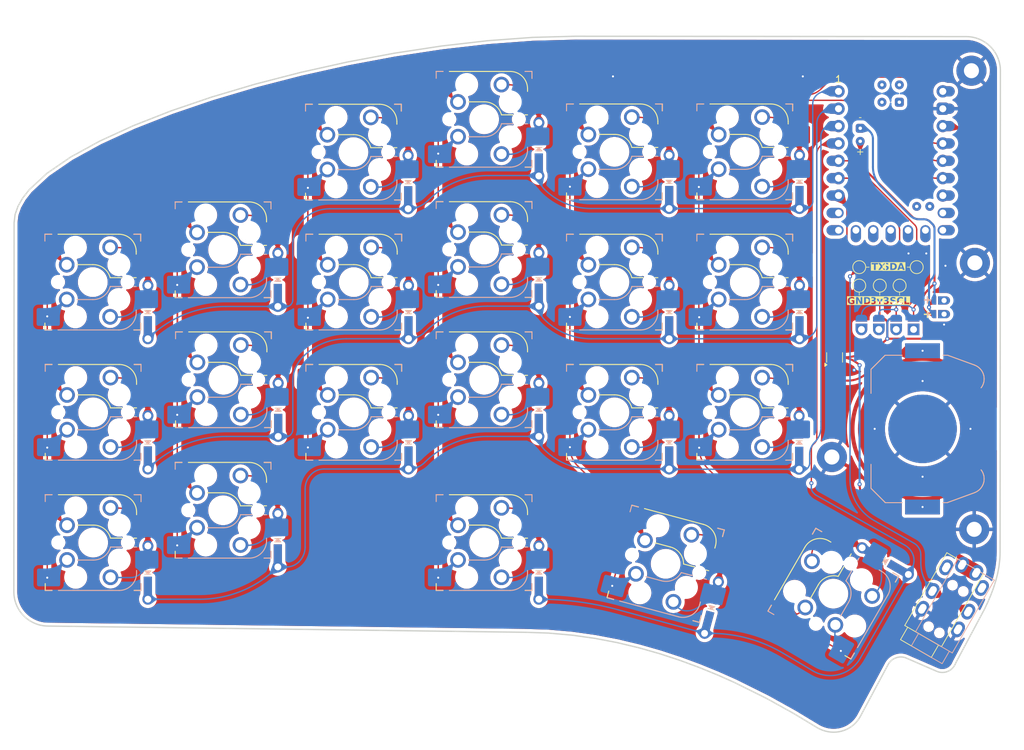
<source format=kicad_pcb>
(kicad_pcb (version 20240108) (generator "pcbnew") (generator_version "8.0")
  (layers (0 "F.Cu" signal) (31 "B.Cu" signal) (34 "B.Paste" user) (35 "F.Paste" user) (36 "B.SilkS" user "B.Silkscreen") (37 "F.SilkS" user "F.Silkscreen") (38 "B.Mask" user) (39 "F.Mask" user) (44 "Edge.Cuts" user))
  (net 0 "")
  (net 1 "GND")
  (net 2 "Net-(BT1-+)")
  (net 3 "Net-(D3-A)")
  (net 4 "Net-(D5-A)")
  (net 5 "Net-(D14-K)")
  (net 6 "Net-(D13-A)")
  (net 7 "Net-(D11-A)")
  (net 8 "Net-(D15-A)")
  (net 9 "Net-(D20-A)")
  (net 10 "SCL")
  (net 11 "SDA")
  (net 15 "B-")
  (net 16 "+3V3")
  (net 17 "+5V")
  (net 18 "B+")
  (net 20 "UART_TX")
  (net 22 "Net-(D1-A)")
  (net 23 "ROW_1")
  (net 24 "Net-(D2-K)")
  (net 25 "Net-(D4-K)")
  (net 26 "Net-(D6-K)")
  (net 27 "ROW_2")
  (net 28 "Net-(D7-A)")
  (net 29 "Net-(D8-K)")
  (net 30 "Net-(D9-A)")
  (net 31 "Net-(D10-K)")
  (net 32 "Net-(D12-K)")
  (net 33 "ROW_3")
  (net 34 "Net-(D16-K)")
  (net 35 "Net-(D17-A)")
  (net 36 "Net-(D18-K)")
  (net 37 "Net-(D19-K)")
  (net 38 "ROW_4")
  (net 39 "Net-(D21-K)")
  (net 40 "COL_1")
  (net 41 "COL_2")
  (net 42 "COL_3")
  (net 43 "/N{slash}C")
  (footprint "misc:Diode_THT_SMD" (layer "F.Cu") (at 88.7925 27.8375 90)
    (property "Reference" "D4" (hide yes))
    (property "Value" "D_Small" (hide yes))
  )
  (footprint "misc:Diode_THT_SMD" (layer "F.Cu") (at 107.8425 70.7 -90)
    (property "Reference" "D17" (hide yes))
    (property "Value" "D_Small" (hide yes))
  )
  (footprint "MX_V2_MX_Optional_Reversible:MX-Optional-Reversible-1U" (layer "F.Cu") (at 80.64335 23.44946)
    (property "Reference" "MX4" (hide yes))
    (property "Value" "MX_SW_solder" (hide yes))
  )
  (footprint "MX_V2_MX_Optional_Reversible:MX-Optional-Reversible-1.5U" (layer "F.Cu") (at 131.769801 92.961629 60)
    (property "Reference" "MX21" (hide yes))
    (property "Value" "MX_SW_solder" (hide yes))
  )
  (footprint "MX_V2_MX_Optional_Reversible:MX-Optional-Reversible-1U" (layer "F.Cu") (at 42.54335 61.54946)
    (property "Reference" "MX8" (hide yes))
    (property "Value" "MX_SW_solder" (hide yes))
  )
  (footprint "display:OLED-128x32-double-sided" (layer "F.Cu") (at 133.77 55.79 90)
    (property "Reference" "J1" (hide yes))
    (property "Value" "OLED-128x32")
  )
  (footprint "misc:JST_PH_S2B-PH-K_1x02_P2.00mm_Horizontal_Reversible" (layer "F.Cu") (at 148.03 51.950001 90)
    (property "Reference" "J2" (hide yes))
    (property "Value" "Battery_connector")
  )
  (footprint "misc:Diode_THT_SMD" (layer "F.Cu") (at 50.64165 46.92554 90)
    (property "Reference" "D2" (hide yes))
    (property "Value" "D_Small" (hide yes))
  )
  (footprint "MX_V2_MX_Optional_Reversible:MX-Optional-Reversible-1U" (layer "F.Cu") (at 42.4925 80.6375)
    (property "Reference" "MX14" (hide yes))
    (property "Value" "MX_SW_solder" (hide yes))
  )
  (footprint "misc:Diode_THT_SMD" (layer "F.Cu") (at 107.8425 32.6 -90)
    (property "Reference" "D5" (hide yes))
    (property "Value" "D_Small" (hide yes))
  )
  (footprint "MX_V2_MX_Optional_Reversible:MX-Optional-Reversible-1U" (layer "F.Cu") (at 99.69335 47.26196)
    (property "Reference" "MX11" (hide yes))
    (property "Value" "MX_SW_solder" (hide yes))
  )
  (footprint "PCM_marbastlib-xp-promicroish:Xiao_nRF52840_AH_Pogo" (layer "F.Cu") (at 140.22 26.9825)
    (property "Reference" "U2" (hide yes))
    (property "Value" "Seeeduino Xiao nRF52840")
  )
  (footprint "MX_V2_MX_Optional_Reversible:MX-Optional-Reversible-1U" (layer "F.Cu") (at 99.69335 66.31196)
    (property "Reference" "MX17" (hide yes))
    (property "Value" "MX_SW_solder" (hide yes))
  )
  (footprint "misc:Diode_THT_SMD" (layer "F.Cu") (at 69.7425 70.7 -90)
    (property "Reference" "D15" (hide yes))
    (property "Value" "D_Small" (hide yes))
  )
  (footprint "misc:Diode_THT_SMD" (layer "F.Cu") (at 69.69165 32.63804 -90)
    (property "Reference" "D3" (hide yes))
    (property "Value" "D_Small" (hide yes))
  )
  (footprint "MX_V2_MX_Optional_Reversible:MX-Optional-Reversible-1.5U" (layer "F.Cu") (at 80.64335 85.36196)
    (property "Reference" "MX19" (hide yes))
    (property "Value" "MX_SW_solder" (hide yes))
  )
  (footprint "MX_V2_MX_Optional_Reversible:MX-Optional-Reversible-1U" (layer "F.Cu") (at 23.49335 66.31196)
    (property "Reference" "MX7" (hide yes))
    (property "Value" "MX_SW_solder" (hide yes))
  )
  (footprint "MX_V2_MX_Optional_Reversible:MX-Optional-Reversible-1U" (layer "F.Cu") (at 61.59335 47.26196)
    (property "Reference" "MX9" (hide yes))
    (property "Value" "MX_SW_solder" (hide yes))
  )
  (footprint "MX_V2_MX_Optional_Reversible:MX-Optional-Reversible-1U" (layer "F.Cu") (at 118.74335 66.31196)
    (property "Reference" "MX18" (hide yes))
    (property "Value" "MX_SW_solder" (hide yes))
  )
  (footprint "misc:Diode_THT_SMD" (layer "F.Cu") (at 50.64165 85.02554 90)
    (property "Reference" "D14" (hide yes))
    (property "Value" "D_Small" (hide yes))
  )
  (footprint "MX_V2_MX_Optional_Reversible:MX-Optional-Reversible-1U" (layer "F.Cu") (at 118.74335 28.21196)
    (property "Reference" "MX6" (hide yes))
    (property "Value" "MX_SW_solder" (hide yes))
  )
  (footprint "TestPoint:TestPoint_Pad_D1.5mm" (layer "F.Cu") (at 135.63 47.775)
    (property "Reference" "TP5" (hide yes))
    (property "Value" "TestPoint")
  )
  (footprint "misc:Diode_THT_SMD" (layer "F.Cu") (at 88.7925 65.9375 90)
    (property "Reference" "D16" (hide yes))
    (property "Value" "D_Small" (hide yes))
  )
  (footprint "misc:Diode_THT_SMD" (layer "F.Cu") (at 114.03 94.875 -105)
    (property "Reference" "D20" (hide yes))
    (property "Value" "D_Small" (hide yes))
  )
  (footprint "misc:Diode_THT_SMD" (layer "F.Cu") (at 69.7425 51.65 -90)
    (property "Reference" "D9" (hide yes))
    (property "Value" "D_Small" (hide yes))
  )
  (footprint "misc:Diode_THT_SMD" (layer "F.Cu") (at 31.6425 89.75 -90)
    (property "Reference" "D13" (hide yes))
    (property "Value" "D_Small" (hide yes))
  )
  (footprint "TestPoint:TestPoint_Pad_D1.5mm" (layer "F.Cu") (at 144.03 45.075)
    (property "Reference" "TP3" (hide yes))
    (property "Value" "TestPoint")
  )
  (footprint "misc:Diode_THT_SMD" (layer "F.Cu") (at 88.7925 89.75 90)
    (property "Reference" "D19" (hide yes))
    (property "Value" "D_Small" (hide yes))
  )
  (footprint "MX_V2_MX_Optional_Reversible:MX-Optional-Reversible-1U" (layer "F.Cu") (at 42.4925 42.5375)
    (property "Reference" "MX2" (hide yes))
    (property "Value" "MX_SW_solder" (hide yes))
  )
  (footprint "MX_V2_MX_Optional_Reversible:MX-Optional-Reversible-1U" (layer "F.Cu") (at 80.64335 61.54946)
    (property "Reference" "MX16" (hide yes))
    (property "Value" "MX_SW_solder" (hide yes))
  )
  (footprint "MX_V2_MX_Optional_Reversible:MX-Optional-Reversible-1U" (layer "F.Cu") (at 23.4425 47.26196)
    (property "Reference" "MX1" (hide yes))
    (property "Value" "MX_SW_solder" (hide yes))
  )
  (footprint "MX_V2_MX_Optional_Reversible:MX-Optional-Reversible-1U" (layer "F.Cu") (at 23.494131 85.362583)
    (property "Reference" "MX13" (hide yes))
    (property "Value" "MX_SW_solder" (hide yes))
  )
  (footprint "PCM_marbastlib-xp-various:CON_MJ-4PP-9_Reversible" (layer "F.Cu") (at 148.83 94.175 60)
    (property "Reference" "J3" (hide yes))
    (property "Value" "AudioJack4")
  )
  (footprint "TestPoint:TestPoint_Pad_D1.5mm" (layer "F.Cu") (at 138.63 47.775)
    (property "Reference" "TP4" (hide yes))
    (property "Value" "TestPoint")
  )
  (footprint "misc:Diode_THT_SMD" (layer "F.Cu") (at 126.8925 32.6 90)
    (property "Reference" "D6" (hide yes))
    (property "Value" "D_Small" (hide yes))
  )
  (footprint "misc:Diode_THT_SMD" (layer "F.Cu") (at 126.8925 51.65 90)
    (property "Reference" "D12" (hide yes))
    (property "Value" "D_Small" (hide yes))
  )
  (footprint "misc:Diode_THT_SMD" (layer "F.Cu") (at 31.6425 51.65 -90)
    (property "Reference" "D1" (hide yes))
    (property "Value" "D_Small" (hide yes))
  )
  (footprint "misc:BatteryHolder_Keystone_3034_1x20mm_HandSolder_design" (layer "F.Cu") (at 144.88625 68.73125 90)
    (property "Reference" "BT1" (hide yes))
    (property "Value" "Battery_Cell")
  )
  (footprint "MX_V2_MX_Optional_Reversible:MX-Optional-Reversible-1U" (layer "F.Cu") (at 118.74335 47.26196)
    (property "Reference" "MX12" (hide yes))
    (property "Value" "MX_SW_solder" (hide yes))
  )
  (footprint "MX_V2_MX_Optional_Reversible:MX-Optional-Reversible-1U" (layer "F.Cu") (at 80.64335 42.49946)
    (property "Reference" "MX10" (hide yes))
    (property "Value" "MX_SW_solder" (hide yes))
  )
  (footprint "misc:Diode_THT_SMD" (layer "F.Cu") (at 50.6925 65.9375 90)
    (property "Reference" "D8" (hide yes))
    (property "Value" "D_Small" (hide yes))
  )
  (footprint "Package_TO_SOT_SMD:SOT-363_SC-70-6_Handsoldering" (layer "F.Cu") (at 132.03 58.28 90)
    (property "Reference" "U3" (hide yes))
    (property "Value" "LM66100DCK")
  )
  (footprint "MountingHole:MountingHole_2.2mm_M2_Pad" (layer "F.Cu") (at 152.43 83.425)
    (property "Reference" "H7" (hide yes))
    (property "Value" "MountingHole")
  )
  (footprint "MountingHole:MountingHole_2.2mm_M2_Pad" (layer "F.Cu") (at 131.63 72.85)
    (property "Reference" "H2" (hide yes))
    (property "Value" "MountingHole")
  )
  (footprint "TestPoint:TestPoint_Pad_D1.5mm" (layer "F.Cu") (at 141.53 47.775)
    (property "Reference" "TP2" (hide yes))
    (property "Value" "TestPoint")
  )
  (footprint "misc:Diode_THT_SMD" (layer "F.Cu") (at 107.8425 51.65 -90)
    (property "Reference" "D11" (hide yes))
    (property "Value" "D_Small" (hide yes))
  )
  (footprint "MX_V2_MX_Optional_Reversible:MX-Optional-Reversible-1U" (layer "F.Cu") (at 107.186962 88.429604 -15)
    (property "Reference" "MX20" (hide yes))
    (property "Value" "MX_SW_solder" (hide yes))
  )
  (footprint "misc:Diode_THT_SMD" (layer "F.Cu") (at 139.43 88.075 150)
    (property "Reference" "D21" (hide yes))
    (property "Value" "D_Small" (hide yes))
  )
  (footprint "MX_V2_MX_Optional_Reversible:MX-Optional-Reversible-1U" (layer "F.Cu") (at 99.69335 28.21196)
    (property "Reference" "MX5" (hide yes))
    (property "Value" "MX_SW_solder" (hide yes))
  )
  (footprint "MountingHole:MountingHole_2.2mm_M2_Pad" (layer "F.Cu") (at 152.53 44.45)
    (property "Reference" "H3" (hide yes))
    (property "Value" "MountingHole")
  )
  (footprint "misc:Diode_THT_SMD" (layer "F.Cu") (at 88.7925 46.8875 90)
    (property "Reference" "D10" (hide yes))
    (property "Value" "D_Small" (hide yes))
  )
  (footprint "MountingHole:MountingHole_2.2mm_M2_Pad" (layer "F.Cu") (at 152.03 16.34375)
    (property "Reference" "H5" (hide yes))
    (property "Value" "MountingHole")
  )
  (footprint "MX_V2_MX_Optional_Reversible:MX-Optional-Reversible-1U" (layer "F.Cu") (at 61.59335 66.31196)
    (property "Reference" "MX15" (hide yes))
    (property "Value" "MX_SW_solder" (hide yes))
  )
  (footprint "TestPoint:TestPoint_Pad_D1.5mm" (layer "F.Cu") (at 135.63 45.075)
    (property "Reference" "TP1" (hide yes))
    (property "Value" "TestPoint")
  )
  (footprint "MX_V2_MX_Optional_Reversible:MX-Optional-Reversible-1U" (layer "F.Cu") (at 61.5425 28.25)
    (property "Reference" "MX3" (hide yes))
    (property "Value" "MX_SW_solder" (hide yes))
  )
  (footprint "misc:BatteryHolder_Keystone_3034_1x20mm_HandSolder_design" (layer "B.Cu") (at 144.88625 68.73125 -90)
    (property "Reference" "BT1" (hide yes))
    (property "Value" "Battery_Cell")
  )
  (footprint "misc:Diode_THT_SMD" (layer "B.Cu") (at 31.6425 70.7 -90)
    (property "Reference" "D7" (hide yes))
    (property "Value" "D_Small" (hide yes))
  )
  (footprint "misc:BatteryHolder_Keystone_3034_1x20mm_HandSolder_design" (layer "B.Cu") (at 144.887245 68.731152 -90)
    (property "Reference" "BT2" (hide yes))
    (property "Value" "Battery_Cell")
  )
  (footprint "mcu:rp2040-zero-tht" (layer "B.Cu") (at 140.22 29.5225 180)
    (property "Reference" "U1" (hide yes))
    (property "Value" "rp2040-zero/xiao" (hide yes))
  )
  (footprint "misc:Diode_THT_SMD" (layer "B.Cu") (at 126.84165 70.73804 90)
    (property "Reference" "D18" (hide yes))
    (property "Value" "D_Small" (hide yes))
  )
  (gr_arc (start 147.475718 58.598575) (mid 147.370183 58.520177) (end 147.33 58.395) (stroke (width 0.2)) (layer "F.Cu") (net 2))
  (gr_poly (pts (xy 142.614879 78.849822) (xy 142.445063 79.094998) (xy 142.624879 79.379822) (xy 143.054879 79.159822)) (stroke (width 0.2)) (fill solid) (layer "F.Cu") (net 2))
  (gr_poly (pts (xy 150.08 89.525) (xy 151.18 87.625) (xy 153.28 88.825) (xy 152.23 90.775)) (stroke (width 0.2)) (fill solid) (layer "F.Cu") (net 16))
  (gr_poly (pts (xy 147.16 78.815) (xy 147.329816 79.060176) (xy 147.15 79.345) (xy 146.72 79.125)) (stroke (width 0.2)) (fill solid) (layer "F.Cu") (net 2))
  (gr_poly (pts (xy 147.160184 58.149824) (xy 147.33 58.395) (xy 147.150184 58.679824) (xy 146.720184 58.459824)) (stroke (width 0.2)) (fill solid) (layer "F.Cu") (net 2))
  (gr_arc (start 147.329816 79.060176) (mid 147.37 78.935) (end 147.475534 78.856601) (stroke (width 0.2)) (layer "F.Cu") (net 2))
  (gr_poly (pts (xy 142.609816 58.159824) (xy 142.44 58.405) (xy 142.619816 58.689824) (xy 143.049816 58.469824)) (stroke (width 0.2)) (fill solid) (layer "F.Cu") (net 2))
  (gr_arc (start 142.44 58.405) (mid 142.399816 58.530176) (end 142.294282 58.608575) (stroke (width 0.2)) (layer "F.Cu") (net 2))
  (gr_arc (start 142.299345 78.891423) (mid 142.404879 78.969822) (end 142.445063 79.094998) (stroke (width 0.2)) (layer "F.Cu") (net 2))
  (gr_circle (center 144.88625 68.73125) (end 155.13625 68.73125) (stroke (width 0.6)) (fill none) (layer "F.Cu") (net 2))
  (gr_line (start 137.08 45.075) (end 136.63 45.075) (stroke (width 0.1)) (layer "F.SilkS"))
  (gr_line (start 135.63 48.725) (end 135.63 49.175) (stroke (width 0.1)) (layer "F.SilkS"))
  (gr_line (start 141.53 48.725) (end 141.53 49.175) (stroke (width 0.1)) (layer "F.SilkS"))
  (gr_line (start 143.08 45.075) (end 142.63 45.075) (stroke (width 0.1)) (layer "F.SilkS"))
  (gr_line (start 138.63 48.725) (end 138.63 49.175) (stroke (width 0.1)) (layer "F.SilkS"))
  (gr_poly (pts (xy 151.268951 11.353012) (xy 151.526242 11.35973) (xy 151.780138 11.379237) (xy 152.030326 11.411219) (xy 152.276492 11.455362) (xy 152.518322 11.511353) (xy 152.755504 11.578877) (xy 152.987722 11.657622) (xy 153.214664 11.747273) (xy 153.436016 11.847516) (xy 153.651464 11.958039) (xy 153.860695 12.078528) (xy 154.063396 12.208668) (xy 154.259251 12.348145) (xy 154.447949 12.496648) (xy 154.629175 12.653861) (xy 154.802615 12.819471) (xy 154.967957 12.993164) (xy 155.124886 13.174626) (xy 155.273089 13.363545) (xy 155.412252 13.559606) (xy 155.542062 13.762495) (xy 155.662205 13.971899) (xy 155.772367 14.187504) (xy 155.872235 14.408996) (xy 155.961495 14.636062) (xy 156.039834 14.868389) (xy 156.106937 15.105661) (xy 156.162493 15.347566) (xy 156.206185 15.593791) (xy 156.237702 15.84402) (xy 156.25673 16.097941) (xy 156.262954 16.35524) (xy 156.21646 86.773001) (xy 156.205664 87.314557) (xy 156.173142 87.852225) (xy 156.046712 88.916447) (xy 155.844754 89.966768) (xy 155.574855 91.004289) (xy 155.244598 92.030109) (xy 154.86157 93.045329) (xy 154.433354 94.051051) (xy 153.967538 95.048373) (xy 149.797576 102.856649) (xy 149.642211 103.182508) (xy 149.595148 103.275248) (xy 149.544076 103.364637) (xy 149.489158 103.450616) (xy 149.430554 103.533122) (xy 149.368425 103.612098) (xy 149.302932 103.687482) (xy 149.234238 103.759213) (xy 149.162503 103.827233) (xy 149.087888 103.89148) (xy 149.010555 103.951894) (xy 148.930664 104.008415) (xy 148.848377 104.060983) (xy 148.763856 104.109537) (xy 148.677261 104.154018) (xy 148.588754 104.194365) (xy 148.498496 104.230517) (xy 148.406648 104.262415) (xy 148.313372 104.289999) (xy 148.218828 104.313207) (xy 148.123177 104.33198) (xy 148.026582 104.346257) (xy 147.929204 104.355979) (xy 147.831202 104.361085) (xy 147.73274 104.361514) (xy 147.633977 104.357207) (xy 147.535076 104.348103) (xy 147.436197 104.334143) (xy 147.337503 104.315265) (xy 147.239152 104.291409) (xy 147.141308 104.262516) (xy 147.044132 104.228524) (xy 146.947783 104.189375) (xy 142.523421 102.262907) (xy 142.427981 102.224181) (xy 142.331652 102.19064) (xy 142.234594 102.162217) (xy 142.136967 102.138843) (xy 142.03893 102.120451) (xy 141.940642 102.106974) (xy 141.842264 102.098343) (xy 141.743955 102.09449) (xy 141.645874 102.095349) (xy 141.548182 102.100851) (xy 141.451036 102.110928) (xy 141.354598 102.125513) (xy 141.259026 102.144538) (xy 141.16448 102.167936) (xy 141.071121 102.195638) (xy 140.979106 102.227576) (xy 140.888596 102.263684) (xy 140.799751 102.303893) (xy 140.712729 102.348136) (xy 140.627691 102.396344) (xy 140.544796 102.448451) (xy 140.464204 102.504388) (xy 140.386073 102.564088) (xy 140.310565 102.627482) (xy 140.237837 102.694504) (xy 140.16805 102.765085) (xy 140.101364 102.839158) (xy 140.037938 102.916655) (xy 139.977931 102.997508) (xy 139.921503 103.08165) (xy 139.868813 103.169012) (xy 139.820022 103.259527) (xy 135.9019 110.584638) (xy 135.901916 110.584638) (xy 135.782167 110.81165) (xy 135.652555 111.028519) (xy 135.513518 111.235154) (xy 135.365497 111.431462) (xy 135.208928 111.617349) (xy 135.044252 111.792725) (xy 134.871907 111.957497) (xy 134.692331 112.111571) (xy 134.505964 112.254857) (xy 134.313244 112.38726) (xy 134.114611 112.508689) (xy 133.910502 112.619052) (xy 133.701357 112.718255) (xy 133.487615 112.806207) (xy 133.269714 112.882814) (xy 133.048093 112.947986) (xy 132.823191 113.001628) (xy 132.595446 113.043649) (xy 132.365299 113.073956) (xy 132.133186 113.092457) (xy 131.899547 113.099059) (xy 131.664822 113.09367) (xy 131.429448 113.076198) (xy 131.193864 113.046549) (xy 130.95851 113.004632) (xy 130.723824 112.950354) (xy 130.490244 112.883623) (xy 130.258211 112.804346) (xy 130.028161 112.71243) (xy 129.800535 112.607784) (xy 129.575771 112.490315) (xy 129.354308 112.35993) (xy 126.067262 110.374571) (xy 122.07962 108.156171) (xy 117.448429 105.857109) (xy 114.90933 104.724949) (xy 112.230735 103.629766) (xy 109.419776 102.590608) (xy 106.483582 101.626522) (xy 103.429286 100.756555) (xy 100.264018 99.999755) (xy 96.994907 99.37517) (xy 93.629086 98.901846) (xy 90.173684 98.598832) (xy 86.635833 98.485174) (xy 17.052289 97.575659) (xy 16.794994 97.567655) (xy 16.541076 97.546945) (xy 16.29085 97.51384) (xy 16.044629 97.468651) (xy 15.802728 97.411688) (xy 15.565462 97.343263) (xy 15.333144 97.263687) (xy 15.106089 97.173271) (xy 14.884612 97.072325) (xy 14.669027 96.961161) (xy 14.459648 96.840089) (xy 14.256789 96.709421) (xy 14.060766 96.569467) (xy 13.871891 96.420539) (xy 13.690481 96.262947) (xy 13.516848 96.097002) (xy 13.351308 95.923016) (xy 13.194174 95.741298) (xy 13.045761 95.552162) (xy 12.906384 95.355916) (xy 12.776356 95.152872) (xy 12.655993 94.943342) (xy 12.545608 94.727635) (xy 12.445516 94.506064) (xy 12.356031 94.278938) (xy 12.277468 94.04657) (xy 12.210141 93.809269) (xy 12.154364 93.567347) (xy 12.110452 93.321115) (xy 12.078718 93.070884) (xy 12.059478 92.816964) (xy 12.053046 92.559668) (xy 12.090306 38.566544) (xy 12.233942 37.374901) (xy 12.656654 36.174828) (xy 13.346147 34.969359) (xy 14.290126 33.761528) (xy 16.892366 31.350912) (xy 20.365019 28.96725) (xy 24.609729 26.634812) (xy 29.528138 24.377868) (xy 35.021892 22.220686) (xy 40.992635 20.187537) (xy 47.34201 18.302689) (xy 53.971661 16.590414) (xy 60.783232 15.07498) (xy 67.678368 13.780656) (xy 74.558712 12.731713) (xy 81.325908 11.95242) (xy 87.8816 11.467046) (xy 94.127433 11.299862)) (stroke (width 0.2)) (fill none) (layer "Edge.Cuts"))
  (gr_text "+" (at 145.63 49.875 90) (layer "B.SilkS") (effects (font (size 1.2 1.2) (thickness 0.24) (bold yes))))
  (gr_text "-" (at 145.63 51.975 90) (layer "B.SilkS") (effects (font (size 1.2 1.2) (thickness 0.24) (bold yes))))
  (gr_text "+" (at 145.63 51.975 90) (layer "F.SilkS") (effects (font (size 1.2 1.2) (thickness 0.24) (bold yes))))
  (gr_text "SCL" (at 141.53 49.474999 0) (layer "F.SilkS" knockout) (effects (font (size 1 1) (thickness 0.2) (bold yes)) (justify top)))
  (gr_text "SDA" (at 142.28 45.075 0) (layer "F.SilkS" knockout) (effects (font (size 1 1) (thickness 0.2) (bold yes)) (justify right)))
  (gr_text "TX" (at 137.43 45.075 0) (layer "F.SilkS" knockout) (effects (font (size 1 1) (thickness 0.2) (bold yes)) (justify left)))
  (gr_text "GND" (at 135.63 49.474999 0) (layer "F.SilkS" knockout) (effects (font (size 1 1) (thickness 0.2) (bold yes)) (justify top)))
  (gr_text "3v3" (at 138.63 49.475 0) (layer "F.SilkS" knockout) (effects (font (size 1 1) (thickness 0.2) (bold yes)) (justify top)))
  (gr_text "-" (at 145.63 49.875 90) (layer "F.SilkS") (effects (font (size 1.2 1.2) (thickness 0.24) (bold yes))))
  (segment (start 132.233554 60.778554) (end 132.176447 60.721447) (width 0.2) (layer "F.Cu") (net 1))
  (segment (start 134.842955 52.539) (end 135.95 52.539) (width 0.2) (layer "F.Cu") (net 1))
  (segment (start 132.03 56.95) (end 132.03 55.351955) (width 0.2) (layer "F.Cu") (net 1))
  (segment (start 132.791523 53.513477) (end 133.004478 53.300522) (width 0.2) (layer "F.Cu") (net 1))
  (segment (start 133.012511 60.925) (end 132.587107 60.925) (width 0.2) (layer "F.Cu") (net 1))
  (segment (start 132.03 60.367893) (end 132.03 59.61) (width 0.2) (layer "F.Cu") (net 1))
  (segment (start 134.88 60.125) (end 134.834828 60.170172) (width 0.2) (layer "F.Cu") (net 1))
  (via (at 127.38 17.175) (size 0.6) (drill 0.3) (layers "F.Cu" "B.Cu") (net 1))
  (via (at 137.88625 68.73125) (size 0.6) (drill 0.3) (layers "F.Cu" "B.Cu") (net 1))
  (via (at 151.88625 68.73125) (size 0.6) (drill 0.3) (layers "F.Cu" "B.Cu") (net 1))
  (via (at 148.23 44.875) (size 0.6) (drill 0.3) (layers "F.Cu" "B.Cu") (net 1))
  (via (at 144.88625 61.73125) (size 0.6) (drill 0.3) (layers "F.Cu" "B.Cu") (net 1))
  (via (at 99.63 17.175) (size 0.6) (drill 0.3) (layers "F.Cu" "B.Cu") (net 1))
  (via (at 134.88 60.125) (size 0.6) (drill 0.3) (layers "F.Cu" "B.Cu") (net 1))
  (via (at 148.03 53.475) (size 0.6) (drill 0.3) (layers "F.Cu" "B.Cu") (net 1))
  (via (at 144.88625 75.73125) (size 0.6) (drill 0.3) (layers "F.Cu" "B.Cu") (net 1))
  (via (at 145.43 43.075) (size 0.6) (drill 0.3) (layers "F.Cu" "B.Cu") (net 1))
  (via (at 142.83 43.075) (size 0.6) (drill 0.3) (layers "F.Cu" "B.Cu") (net 1))
  (arc (start 133.012511 60.925) (mid 133.998742 60.728827) (end 134.834828 60.170172) (width 0.2) (layer "F.Cu") (net 1))
  (arc (start 132.791523 53.513477) (mid 132.227914 54.356978) (end 132.03 55.351955) (width 0.2) (layer "F.Cu") (net 1))
  (arc (start 132.587107 60.925) (mid 132.395766 60.88694) (end 132.233554 60.778554) (width 0.2) (layer "F.Cu") (net 1))
  (arc (start 132.176447 60.721447) (mid 132.06806 60.559235) (end 132.03 60.367893) (width 0.2) (layer "F.Cu") (net 1))
  (arc (start 133.004478 53.300522) (mid 133.847978 52.736913) (end 134.842955 52.539) (width 0.2) (layer "F.Cu") (net 1))
  (segment (start 131.38 59.61) (end 131.38 60.410786) (width 0.3) (layer "F.Cu") (net 2))
  (segment (start 133.017928 61.675) (end 133.973146 61.675) (width 0.3) (layer "F.Cu") (net 2))
  (segment (start 144.5202 57.30625) (end 144.88625 57.30625) (width 0.3) (layer "F.Cu") (net 2))
  (via (at 144.88625 57.30625) (size 0.6) (drill 0.3) (layers "F.Cu" "B.Cu") (net 2))
  (via (at 144.885543 80.156957) (size 0.6) (drill 0.3) (layers "F.Cu" "B.Cu") (net 2))
  (arc (start 131.672893 61.117893) (mid 132.289978 61.530202) (end 133.017928 61.675) (width 0.3) (layer "F.Cu") (net 2))
  (arc (start 136.801573 60.503427) (mid 135.50388 61.370518) (end 133.973146 61.675) (width 0.3) (layer "F.Cu") (net 2))
  (arc (start 136.801573 60.503427) (mid 140.342925 58.137162) (end 144.5202 57.30625) (width 0.3) (layer "F.Cu") (net 2))
  (arc (start 131.38 60.410786) (mid 131.45612 60.793469) (end 131.672893 61.117893) (width 0.3) (layer "F.Cu") (net 2))
  (segment (start 69.53415 25.75) (end 69.69165 25.9075) (width 0.2) (layer "F.Cu") (net 3))
  (segment (start 65.3929 23.20804) (end 64.03165 23.20804) (width 0.2) (layer "F.Cu") (net 3))
  (segment (start 67.716699 24.170589) (end 69.33415 25.78804) (width 0.2) (layer "F.Cu") (net 3))
  (segment (start 69.69165 25.9075) (end 69.69165 28.73804) (width 0.2) (layer "F.Cu") (net 3))
  (arc (start 67.716699 24.170589) (mid 66.65053 23.458198) (end 65.3929 23.20804) (width 0.2) (layer "F.Cu") (net 3))
  (segment (start 67.716699 32.40549) (end 69.33415 30.78804) (width 0.2) (layer "B.Cu") (net 3))
  (segment (start 65.3929 33.36804) (end 64.03165 33.36804) (width 0.2) (layer "B.Cu") (net 3))
  (arc (start 67.716699 32.40549) (mid 66.65053 33.117881) (end 65.3929 33.36804) (width 0.2) (layer "B.Cu") (net 3))
  (segment (start 105.867549 24.132549) (end 107.485 25.75) (width 0.2) (layer "F.Cu") (net 4))
  (segment (start 103.54375 23.17) (end 102.1825 23.17) (width 0.2) (layer "F.Cu") (net 4))
  (segment (start 107.685 25.71196) (end 107.8425 25.86946) (width 0.2) (layer "F.Cu") (net 4))
  (segment (start 107.8425 25.86946) (end 107.8425 28.7) (width 0.2) (layer "F.Cu") (net 4))
  (arc (start 105.867549 24.132549) (mid 104.80138 23.420158) (end 103.54375 23.17) (width 0.2) (layer "F.Cu") (net 4))
  (segment (start 103.54375 33.33) (end 102.1825 33.33) (width 0.2) (layer "B.Cu") (net 4))
  (segment (start 105.867549 32.36745) (end 107.485 30.75) (width 0.2) (layer "B.Cu") (net 4))
  (arc (start 105.867549 32.36745) (mid 104.80138 33.079841) (end 103.54375 33.33) (width 0.2) (layer "B.Cu") (net 4))
  (segment (start 48.666699 76.558089) (end 50.111225 78.002615) (width 0.2) (layer "F.Cu") (net 5))
  (segment (start 46.3429 75.59554) (end 44.98165 75.59554) (width 0.2) (layer "F.Cu") (net 5))
  (segment (start 50.63 78.765942) (end 50.63 80.675) (width 0.2) (layer "F.Cu") (net 5))
  (segment (start 50.111225 78.002615) (end 50.457075 78.348465) (width 0.2) (layer "F.Cu") (net 5))
  (arc (start 50.457075 78.348465) (mid 50.585058 78.540005) (end 50.63 78.765942) (width 0.2) (layer "F.Cu") (net 5))
  (arc (start 48.666699 76.558089) (mid 47.60053 75.845698) (end 46.3429 75.59554) (width 0.2) (layer "F.Cu") (net 5))
  (segment (start 46.3429 85.75554) (end 44.98165 85.75554) (width 0.2) (layer "B.Cu") (net 5))
  (segment (start 48.666699 84.79299) (end 50.28415 83.17554) (width 0.2) (layer "B.Cu") (net 5))
  (arc (start 48.666699 84.79299) (mid 47.60053 85.505381) (end 46.3429 85.75554) (width 0.2) (layer "B.Cu") (net 5))
  (segment (start 31.6425 83.019302) (end 31.6425 85.85) (width 0.2) (layer "F.Cu") (net 6))
  (segment (start 27.34375 80.32) (end 25.9825 80.32) (width 0.2) (layer "F.Cu") (net 6))
  (segment (start 29.667549 81.282549) (end 31.285 82.9) (width 0.2) (layer "F.Cu") (net 6))
  (segment (start 31.485781 82.862583) (end 31.6425 83.019302) (width 0.2) (layer "F.Cu") (net 6))
  (arc (start 29.667549 81.282549) (mid 28.60138 80.570158) (end 27.34375 80.32) (width 0.2) (layer "F.Cu") (net 6))
  (segment (start 31.285 88.549999) (end 31.285 87.9) (width 0.2) (layer "B.Cu") (net 6))
  (segment (start 29.099901 90.48) (end 25.9825 90.48) (width 0.2) (layer "B.Cu") (net 6))
  (segment (start 30.644999 89.839999) (end 30.82538 89.659618) (width 0.2) (layer "B.Cu") (net 6))
  (arc (start 31.285 88.549999) (mid 31.165548 89.15052) (end 30.82538 89.659618) (width 0.2) (layer "B.Cu") (net 6))
  (arc (start 30.644999 89.839999) (mid 29.936102 90.313669) (end 29.099901 90.48) (width 0.2) (layer "B.Cu") (net 6))
  (segment (start 107.685 44.76196) (end 107.8425 44.91946) (width 0.2) (layer "F.Cu") (net 7))
  (segment (start 105.867549 43.182549) (end 107.485 44.8) (width 0.2) (layer "F.Cu") (net 7))
  (segment (start 103.54375 42.22) (end 102.1825 42.22) (width 0.2) (layer "F.Cu") (net 7))
  (segment (start 107.8425 44.91946) (end 107.8425 47.75) (width 0.2) (layer "F.Cu") (net 7))
  (arc (start 105.867549 43.182549) (mid 104.80138 42.470158) (end 103.54375 42.22) (width 0.2) (layer "F.Cu") (net 7))
  (segment (start 105.867549 51.41745) (end 107.485 49.8) (width 0.2) (layer "B.Cu") (net 7))
  (segment (start 103.54375 52.38) (end 102.1825 52.38) (width 0.2) (layer "B.Cu") (net 7))
  (arc (start 105.867549 51.41745) (mid 104.80138 52.129841) (end 103.54375 52.38) (width 0.2) (layer "B.Cu") (net 7))
  (segment (start 65.44375 61.27) (end 64.0825 61.27) (width 0.2) (layer "F.Cu") (net 8))
  (segment (start 69.585 63.81196) (end 69.7425 63.96946) (width 0.2) (layer "F.Cu") (net 8))
  (segment (start 67.767549 62.232549) (end 69.385 63.85) (width 0.2) (layer "F.Cu") (net 8))
  (segment (start 69.7425 63.96946) (end 69.7425 66.8) (width 0.2) (layer "F.Cu") (net 8))
  (arc (start 67.767549 62.232549) (mid 66.70138 61.520158) (end 65.44375 61.27) (width 0.2) (layer "F.Cu") (net 8))
  (segment (start 67.767549 70.46745) (end 69.385 68.85) (width 0.2) (layer "B.Cu") (net 8))
  (segment (start 65.44375 71.43) (end 64.0825 71.43) (width 0.2) (layer "B.Cu") (net 8))
  (arc (start 67.767549 70.46745) (mid 66.70138 71.179841) (end 65.44375 71.43) (width 0.2) (layer "B.Cu") (net 8))
  (segment (start 115.553351 88.083181) (end 115.039394 91.107889) (width 0.2) (layer "F.Cu") (net 9))
  (segment (start 112.226007 84.203684) (end 110.896252 84.203684) (width 0.2) (layer "F.Cu") (net 9))
  (segment (start 115.35032 87.708385) (end 115.35032 88.068161) (width 0.2) (layer "F.Cu") (net 9))
  (arc (start 114.245066 85.040066) (mid 113.318658 84.421026) (end 112.226007 84.203684) (width 0.2) (layer "F.Cu") (net 9))
  (arc (start 115.35032 87.708385) (mid 115.063074 86.264301) (end 114.245066 85.040066) (width 0.2) (layer "F.Cu") (net 9))
  (segment (start 109.013373 94.764213) (end 108.26665 94.01749) (width 0.2) (layer "B.Cu") (net 9))
  (segment (start 112.435861 94.518154) (end 114.056225 92.89779) (width 0.2) (layer "B.Cu") (net 9))
  (arc (start 110.427587 95.35) (mid 111.514465 95.13381) (end 112.435861 94.518154) (width 0.2) (layer "B.Cu") (net 9))
  (arc (start 110.427587 95.35) (mid 109.66222 95.197759) (end 109.013373 94.764213) (width 0.2) (layer "B.Cu") (net 9))
  (segment (start 141.53 49.275) (end 141.53 46.075) (width 0.2) (layer "F.Cu") (net 10))
  (segment (start 133.846206 32.06438) (end 133.718766 32.0625) (width 0.2) (layer "F.Cu") (net 10))
  (segment (start 141.53 46.075) (end 141.53 39.687403) (width 0.2) (layer "F.Cu") (net 10))
  (segment (start 141.096966 38.641966) (end 135.003529 32.548529) (width 0.2) (layer "F.Cu") (net 10))
  (segment (start 141.03 51.275) (end 141.03 50.615085) (width 0.2) (layer "F.Cu") (net 10))
  (segment (start 133.718766 32.0625) (end 132.6 32.0625) (width 0.2) (layer "F.Cu") (net 10))
  (segment (start 135.003529 32.543747) (end 134.801318 32.388586) (width 0.2) (layer "F.Cu") (net 10))
  (segment (start 134.098907 32.097645) (end 133.846206 32.06438) (width 0.2) (layer "F.Cu") (net 10))
  (segment (start 141.53 47.775) (end 141.53 46.075) (width 0.2) (layer "F.Cu") (net 10))
  (segment (start 141.53 49.700871) (end 141.53 49.275) (width 0.2) (layer "F.Cu") (net 10))
  (segment (start 134.801318 32.388586) (end 134.580584 32.261147) (width 0.2) (layer "F.Cu") (net 10))
  (segment (start 141.53 47.775) (end 141.53 49.275) (width 0.2) (layer "F.Cu") (net 10))
  (segment (start 134.345104 32.16361) (end 134.098907 32.097645) (width 0.2) (layer "F.Cu") (net 10))
  (segment (start 134.580584 32.261147) (end 134.345104 32.16361) (width 0.2) (layer "F.Cu") (net 10))
  (segment (start 141.176447 50.261531) (end 141.383554 50.054424) (width 0.2) (layer "F.Cu") (net 10))
  (segment (start 141.03 51.275) (end 141.03 52.539) (width 0.2) (layer "F.Cu") (net 10))
  (segment (start 135.003529 32.548529) (end 135.003529 32.543747) (width 0.2) (layer "F.Cu") (net 10))
  (via (at 141.03 51.275) (size 0.6) (drill 0.3) (layers "F.Cu" "B.Cu") (net 10))
  (arc (start 141.53 39.687403) (mid 141.417458 39.121617) (end 141.096966 38.641966) (width 0.2) (layer "F.Cu") (net 10))
  (arc (start 141.03 50.615085) (mid 141.06806 50.423743) (end 141.176447 50.261531) (width 0.2) (layer "F.Cu") (net 10))
  (arc (start 141.383554 50.054424) (mid 141.49194 49.892212) (end 141.53 49.700871) (width 0.2) (layer "F.Cu") (net 10))
  (segment (start 141.03 51.275) (end 139.075774 51.275) (width 0.2) (layer "B.Cu") (net 10))
  (segment (start 138.656211 51.448789) (end 138.636446 51.468554) (width 0.2) (layer "B.Cu") (net 10))
  (segment (start 138.49 51.822105) (end 138.49 52.539) (width 0.2) (layer "B.Cu") (net 10))
  (arc (start 138.49 51.822105) (mid 138.528059 51.630768) (end 138.636446 51.468554) (width 0.2) (layer "B.Cu") (net 10))
  (arc (start 139.075774 51.275) (mid 138.848708 51.320166) (end 138.656211 51.448789) (width 0.2) (layer "B.Cu") (net 10))
  (segment (start 144.03 50.267893) (end 144.03 47.675) (width 0.2) (layer "F.Cu") (net 11))
  (segment (start 144.03 45.075) (end 144.03 47.675) (width 0.2) (layer "F.Cu") (net 11))
  (segment (start 143.811929 50.690975) (end 143.928914 50.57399) (width 0.2) (layer "F.Cu") (net 11))
  (segment (start 144.03 43.075) (end 144.03 39.599874) (width 0.2) (layer "F.Cu") (net 11))
  (segment (start 144.03 47.675) (end 144.03 43.075) (width 0.2) (layer "F.Cu") (net 11))
  (segment (start 144.03 45.075) (end 144.03 43.075) (width 0.2) (layer "F.Cu") (net 11))
  (segment (start 133.952626 29.5225) (end 132.6 29.5225) (width 0.2) (layer "F.Cu") (net 11))
  (segment (start 143.737107 38.892767) (end 134.659733 29.815393) (width 0.2) (layer "F.Cu") (net 11))
  (segment (start 143.57 51.275) (end 143.57 52.538999) (width 0.2) (layer "F.Cu") (net 11))
  (via (at 143.57 51.275) (size 0.6) (drill 0.3) (layers "F.Cu" "B.Cu") (net 11))
  (arc (start 143.928914 50.57399) (mid 144.003467 50.428614) (end 144.03 50.267893) (width 0.2) (layer "F.Cu") (net 11))
  (arc (start 143.57 51.275) (mid 143.632875 50.958948) (end 143.811929 50.690975) (width 0.2) (layer "F.Cu") (net 11))
  (arc (start 134.659733 29.815393) (mid 134.33531 29.59862) (end 133.952626 29.5225) (width 0.2) (layer "F.Cu") (net 11))
  (arc (start 144.03 39.599874) (mid 143.95388 39.21719) (end 143.737107 38.892767) (width 0.2) (layer "F.Cu") (net 11))
  (segment (start 136.39066 51.11434) (end 136.38934 51.11566) (width 0.2) (layer "B.Cu") (net 11))
  (segment (start 143.57 51.275) (end 143.40934 51.11434) (width 0.2) (layer "B.Cu") (net 11))
  (segment (start 135.95 52.17632) (end 135.95 52.539) (width 0.2) (layer "B.Cu") (net 11))
  (segment (start 142.34868 50.675) (end 137.45132 50.675) (width 0.2) (layer "B.Cu") (net 11))
  (arc (start 137.45132 50.675) (mid 136.877295 50.789181) (end 136.39066 51.11434) (width 0.2) (layer "B.Cu") (net 11))
  (arc (start 136.38934 51.11566) (mid 136.064181 51.602295) (end 135.95 52.17632) (width 0.2) (layer "B.Cu") (net 11))
  (arc (start 143.40934 51.11434) (mid 142.922705 50.789181) (end 142.34868 50.675) (width 0.2) (layer "B.Cu") (net 11))
  (segment (start 145.976447 50.503554) (end 146.53 49.950001) (width 0.3) (layer "F.Cu") (net 15))
  (segment (start 145.83 50.95) (end 145.83 50.857108) (width 0.3) (layer "F.Cu") (net 15))
  (via (at 145.83 50.95) (size 0.6) (drill 0.3) (layers "F.Cu" "B.Cu") (net 15))
  (arc (start 145.83 50.857108) (mid 145.86806 50.665766) (end 145.976447 50.503554) (width 0.3) (layer "F.Cu") (net 15))
  (segment (start 137.19066 25.23566) (end 137.15434 25.19934) (width 0.3) (layer "B.Cu") (net 15))
  (segment (start 137.63 30.418146) (end 137.63 26.29632) (width 0.3) (layer "B.Cu") (net 15))
  (segment (start 143.088031 37.533031) (end 138.801573 33.246573) (width 0.3) (layer "B.Cu") (net 15))
  (segment (start 146.23 38.672186) (end 146.23 38.671852) (width 0.3) (layer "B.Cu") (net 15))
  (segment (start 136.09368 24.76) (end 135.774999 24.76) (width 0.3) (layer "B.Cu") (net 15))
  (segment (start 145.83 50.95) (end 145.83 47.750445) (width 0.3) (layer "B.Cu") (net 15))
  (segment (start 146.405008 38.847194) (end 146.23 38.672186) (width 0.3) (layer "B.Cu") (net 15))
  (segment (start 146.23 38.671852) (end 145.956844 38.398696) (width 0.3) (layer "B.Cu") (net 15))
  (segment (start 145.976447 51.396448) (end 146.53 51.950001) (width 0.3) (layer "B.Cu") (net 15))
  (segment (start 146.63 45.819076) (end 146.63 39.486915) (width 0.3) (layer "B.Cu") (net 15))
  (segment (start 145.83 50.95) (end 145.83 51.042894) (width 0.3) (layer "B.Cu") (net 15))
  (segment (start 145.070153 38.075) (end 144.396459 38.075) (width 0.3) (layer "B.Cu") (net 15))
  (arc (start 137.15434 25.19934) (mid 136.667705 24.874181) (end 136.09368 24.76) (width 0.3) (layer "B.Cu") (net 15))
  (arc (start 145.83 51.042894) (mid 145.86806 51.234236) (end 145.976447 51.396448) (width 0.3) (layer "B.Cu") (net 15))
  (arc (start 146.63 39.486915) (mid 146.572108 39.147836) (end 146.405008 38.847194) (width 0.3) (layer "B.Cu") (net 15))
  (arc (start 138.801573 33.246573) (mid 137.934482 31.94888) (end 137.63 30.418146) (width 0.3) (layer "B.Cu") (net 15))
  (arc (start 145.956844 38.398696) (mid 145.542103 38.158448) (end 145.070153 38.075) (width 0.3) (layer "B.Cu") (net 15))
  (arc (start 145.83 47.750445) (mid 145.934213 47.22653) (end 146.230987 46.782377) (width 0.3) (layer "B.Cu") (net 15))
  (arc (start 144.396459 38.075) (mid 143.688343 37.934147) (end 143.088031 37.533031) (width 0.3) (layer "B.Cu") (net 15))
  (arc (start 137.19066 25.23566) (mid 137.515819 25.722295) (end 137.63 26.29632) (width 0.3) (layer "B.Cu") (net 15))
  (arc (start 146.230987 46.782377) (mid 146.5263 46.34041) (end 146.63 45.819076) (width 0.3) (layer "B.Cu") (net 15))
  (segment (start 132.68 59.61) (end 132.68 58.775025) (width 0.3) (layer "F.Cu") (net 16))
  (segment (start 149.63 52.847416) (end 149.63 42.550219) (width 0.3) (layer "F.Cu") (net 16))
  (segment (start 132.63 58.275005) (end 132.862504 58.275008) (width 0.3) (layer "F.Cu") (net 16))
  (segment (start 138.63 47.775) (end 138.63 52.399) (width 0.2) (layer "F.Cu") (net 16))
  (segment (start 152.733145 89.788954) (end 152.012579 90.50952) (width 0.3) (layer "F.Cu") (net 16))
  (segment (start 150.83 39.653296) (end 150.83 25.99632) (width 0.3) (layer "F.Cu") (net 16))
  (segment (start 132.326447 58.275) (end 131.733553 58.275) (width 0.3) (layer "F.Cu") (net 16))
  (segment (start 133.133195 58.275005) (end 132.63 58.275005) (width 0.3) (layer "F.Cu") (net 16))
  (segment (start 149.27618 24.4425) (end 147.84 24.4425) (width 0.3) (layer "F.Cu") (net 16))
  (segment (start 137.323317 79.678663) (end 150.93 87.575) (width 0.3) (layer "F.Cu") (net 16))
  (segment (start 132.862504 58.275008) (end 132.903691 58.275008) (width 0.3) (layer "F.Cu") (net 16))
  (segment (start 139.712501 55.525) (end 139.73 55.542499) (width 0.3) (layer "F.Cu") (net 16))
  (segment (start 139.73 55.542499) (end 146.802628 55.542499) (width 0.3) (layer "F.Cu") (net 16))
  (segment (start 131.38 57.775) (end 131.38 56.95) (width 0.3) (layer "F.Cu") (net 16))
  (segment (start 150.39066 24.93566) (end 150.33684 24.88184) (width 0.3) (layer "F.Cu") (net 16))
  (segment (start 139.73 53.325) (end 139.73 55.542499) (width 0.3) (layer "F.Cu") (net 16))
  (segment (start 132.326447 58.275) (end 132.63 58.275005) (width 0.3) (layer "F.Cu") (net 16))
  (segment (start 138.63 52.399) (end 138.49 52.539) (width 0.2) (layer "F.Cu") (net 16))
  (via (at 139.73 55.542499) (size 0.6) (drill 0.3) (layers "F.Cu" "B.Cu") (net 16))
  (via (at 135.68 59.425) (size 0.6) (drill 0.3) (layers "F.Cu" "B.Cu") (net 16))
  (via (at 135.68 76.825) (size 0.6) (drill 0.3) (layers "F.Cu" "B.Cu") (net 16))
  (arc (start 132.503223 58.348223) (mid 132.634052 58.544031) (end 132.68 58.775025) (width 0.3) (layer "F.Cu") (net 16))
  (arc (start 131.556776 58.201776) (mid 131.425942 58.00597) (end 131.38 57.775) (width 0.3) (layer "F.Cu") (net 16))
  (arc (start 139.73 55.542499) (mid 136.703342 57.564858) (end 133.133195 58.275005) (width 0.3) (layer "F.Cu") (net 16))
  (arc (start 146.802628 55.542499) (mid 147.920404 55.32016) (end 148.868009 54.686991) (width 0.3) (layer "F.Cu") (net 16))
  (arc (start 148.868009 54.686991) (mid 149.431971 53.842973) (end 149.63 52.847416) (width 0.3) (layer "F.Cu") (net 16))
  (arc (start 138.970338 52.565338) (mid 139.261048 52.623163) (end 139.5075 52.787838) (width 0.3) (layer "F.Cu") (net 16))
  (arc (start 149.27618 24.4425) (mid 149.850205 24.556681) (end 150.33684 24.88184) (width 0.3) (layer "F.Cu") (net 16))
  (arc (start 150.39066 24.93566) (mid 150.715819 25.422295) (end 150.83 25.99632) (width 0.3) (layer "F.Cu") (net 16))
  (arc (start 149.63 42.550219) (mid 149.790851 41.741601) (end 150.248914 41.056098) (width 0.3) (layer "F.Cu") (net 16))
  (arc (start 132.326447 58.275) (mid 132.422118 58.29403) (end 132.503223 58.348223) (width 0.3) (layer "F.Cu") (net 16))
  (arc (start 135.68 76.825) (mid 136.120194 78.471508) (end 137.323317 79.678663) (width 0.3) (layer "F.Cu") (net 16))
  (arc (start 131.556776 58.201776) (mid 131.637882 58.255969) (end 131.733553 58.275) (width 0.3) (layer "F.Cu") (net 16))
  (arc (start 150.248914 41.056098) (mid 150.678981 40.412492) (end 150.83 39.653296) (width 0.3) (layer "F.Cu") (net 16))
  (arc (start 132.903691 58.275008) (mid 134.406211 58.573869) (end 135.68 59.425) (width 0.3) (layer "F.Cu") (net 16))
  (arc (start 139.5075 52.787838) (mid 139.672175 53.03429) (end 139.73 53.325) (width 0.3) (layer "F.Cu") (net 16))
  (segment (start 135.68 59.425) (end 135.68 76.825) (width 0.3) (layer "B.Cu") (net 16))
  (segment (start 140.489662 52.539) (end 141.03 52.539) (width 0.3) (layer "B.Cu") (net 16))
  (segment (start 139.73 53.298662) (end 139.73 55.542499) (width 0.3) (layer "B.Cu") (net 16))
  (arc (start 139.9525 52.7615) (mid 139.787825 53.007952) (end 139.73 53.298662) (width 0.3) (layer "B.Cu") (net 16))
  (arc (start 140.489662 52.539) (mid 140.198952 52.596825) (end 139.9525 52.7615) (width 0.3) (layer "B.Cu") (net 16))
  (segment (start 143.296806 37.6347) (end 137.007021 31.344915) (width 0.3) (layer "F.Cu") (net 18))
  (segment (start 146.013078 38.458078) (end 146.333029 38.778019) (width 0.3) (layer "F.Cu") (net 18))
  (segment (start 146.63 47.475) (end 146.63 39.494957) (width 0.3) (layer "F.Cu") (net 18))
  (segment (start 146.528282 51.950001) (end 146.53 51.950001) (width 0.3) (layer "F.Cu") (net 18))
  (segment (start 145.088215 38.075) (end 144.359784 38.075) (width 0.3) (layer "F.Cu") (net 18))
  (segment (start 135.774998 28.370547) (end 135.774998 26.665) (width 0.3) (layer "F.Cu") (net 18))
  (segment (start 146.528282 51.950001) (end 146.231601 51.949998) (width 0.3) (layer "F.Cu") (net 18))
  (segment (start 146.63 47.475) (end 145.600168 48.504832) (width 0.3) (layer "F.Cu") (net 18))
  (via (at 146.63 47.475) (size 0.6) (drill 0.3) (layers "F.Cu" "B.Cu") (net 18))
  (arc (start 146.333029 38.778019) (mid 146.55282 39.106952) (end 146.63 39.494957) (width 0.3) (layer "F.Cu") (net 18))
  (arc (start 144.83 50.36419) (mid 145.03016 49.357908) (end 145.600168 48.504832) (width 0.3) (layer "F.Cu") (net 18))
  (arc (start 143.296806 37.6347) (mid 143.784504 37.96057) (end 144.359784 38.075) (width 0.3) (layer "F.Cu") (net 18))
  (arc (start 146.231601 51.949998) (mid 145.745108 51.853229) (end 145.332674 51.577662) (width 0.3) (layer "F.Cu") (net 18))
  (arc (start 144.83 50.36419) (mid 144.960634 51.020906) (end 145.332674 51.577662) (width 0.3) (layer "F.Cu") (net 18))
  (arc (start 146.013078 38.458078) (mid 145.58876 38.174565) (end 145.088215 38.075) (width 0.3) (layer "F.Cu") (net 18))
  (arc (start 137.007021 31.344915) (mid 136.09519 29.980263) (end 135.774998 28.370547) (width 0.3) (layer "F.Cu") (net 18))
  (segment (start 146.63 49.850001) (end 146.53 49.950001) (width 0.3) (layer "B.Cu") (net 18))
  (segment (start 146.63 47.475) (end 146.63 49.850001) (width 0.3) (layer "B.Cu") (net 18))
  (segment (start 146.346337 92.451229) (end 151.56466 95.464029) (width 0.2) (layer "F.Cu") (net 20))
  (segment (start 133.244214 35.246714) (end 132.6 34.6025) (width 0.2) (layer "F.Cu") (net 20))
  (segment (start 133.83 40.82942) (end 133.83 36.660927) (width 0.2) (layer "F.Cu") (net 20))
  (segment (start 145.78 92.882591) (end 145.78 92.705194) (width 0.3) (layer "F.Cu") (net 20))
  (segment (start 134.28 46.425) (end 135.63 45.075) (width 0.2) (layer "F.Cu") (net 20))
  (via (at 134.28 46.425) (size 0.6) (drill 0.3) (layers "F.Cu" "B.Cu") (net 20))
  (arc (start 133.83 40.82942) (mid 134.297804 43.181229) (end 135.63 45.175) (width 0.2) (layer "F.Cu") (net 20))
  (arc (start 133.83 36.660927) (mid 133.677759 35.89556) (end 133.244214 35.246714) (width 0.2) (layer "F.Cu") (net 20))
  (segment (start 137.793042 82.127591) (end 143.620469 85.449517) (width 0.2) (layer "B.Cu") (net 20))
  (segment (start 144.629997 87.187034) (end 144.629997 88.309801) (width 0.2) (layer "B.Cu") (net 20))
  (segment (start 134.28 46.425) (end 134.28 76.081231) (width 0.2) (layer "B.Cu") (net 20))
  (arc (start 134.28 76.081231) (mid 135.222012 79.577655) (end 137.793042 82.127591) (width 0.2) (layer "B.Cu") (net 20))
  (arc (start 143.620469 85.449517) (mid 144.359295 86.182281) (end 144.629997 87.187034) (width 0.2) (layer "B.Cu") (net 20))
  (arc (start 144.629997 88.309801) (mid 145.075909 90.551551) (end 146.345838 92.452095) (width 0.2) (layer "B.Cu") (net 20))
  (segment (start 29.667549 43.182549) (end 31.285 44.8) (width 0.2) (layer "F.Cu") (net 22))
  (segment (start 31.43415 44.76196) (end 31.6425 44.97031) (width 0.2) (layer "F.Cu") (net 22))
  (segment (start 27.34375 42.22) (end 25.9825 42.22) (width 0.2) (layer "F.Cu") (net 22))
  (segment (start 31.6425 44.97031) (end 31.6425 47.75) (width 0.2) (layer "F.Cu") (net 22))
  (arc (start 29.667549 43.182549) (mid 28.60138 42.470158) (end 27.34375 42.22) (width 0.2) (layer "F.Cu") (net 22))
  (segment (start 29.667549 51.41745) (end 31.285 49.8) (width 0.2) (layer "B.Cu") (net 22))
  (segment (start 27.34375 52.38) (end 25.9825 52.38) (width 0.2) (layer "B.Cu") (net 22))
  (arc (start 29.667549 51.41745) (mid 28.60138 52.129841) (end 27.34375 52.38) (width 0.2) (layer "B.Cu") (net 22))
  (segment (start 88.76125 31.70625) (end 88.7925 31.7375) (width 0.2) (layer "B.Cu") (net 23))
  (segment (start 58.210996 36.53804) (end 69.69165 36.53804) (width 0.2) (layer "B.Cu") (net 23))
  (segment (start 128.83 21.184431) (end 128.83 35.460786) (width 0.2) (layer "B.Cu") (net 23))
  (segment (start 52.83 41.867309) (end 52.83 49.843389) (width 0.2) (layer "B.Cu") (net 23))
  (segment (start 132.6 19.3625) (end 130.806367 19.3625) (width 0.2) (layer "B.Cu") (net 23))
  (segment (start 96.427443 36.5) (end 107.8425 36.5) (width 0.2) (layer "B.Cu") (net 23))
  (segment (start 50.64165 50.82554) (end 51.932468 50.82554) (width 0.2) (layer "B.Cu") (net 23))
  (segment (start 128.537107 36.167893) (end 128.497893 36.207107) (width 0.2) (layer "B.Cu") (net 23))
  (segment (start 107.8425 36.5) (end 126.8925 36.5) (width 0.2) (layer "B.Cu") (net 23))
  (segment (start 127.790786 36.5) (end 126.8925 36.5) (width 0.2) (layer "B.Cu") (net 23))
  (segment (start 50.64165 50.82554) (end 43.048332 50.82554) (width 0.2) (layer "B.Cu") (net 23))
  (segment (start 88.685805 31.675) (end 81.432046 31.675) (width 0.2) (layer "B.Cu") (net 23))
  (arc (start 72.551545 35.353455) (mid 71.23944 36.230177) (end 69.69165 36.53804) (width 0.2) (layer "B.Cu") (net 23))
  (arc (start 52.52482 50.58018) (mid 52.253047 50.761773) (end 51.932468 50.82554) (width 0.2) (layer "B.Cu") (net 23))
  (arc (start 54.380188 38.124812) (mid 56.137778 36.950429) (end 58.210996 36.53804) (width 0.2) (layer "B.Cu") (net 23))
  (arc (start 129.331653 19.973347) (mid 130.008258 19.521254) (end 130.806367 19.3625) (width 0.2) (layer "B.Cu") (net 23))
  (arc (start 127.790786 36.5) (mid 128.173469 36.42388) (end 128.497893 36.207107) (width 0.2) (layer "B.Cu") (net 23))
  (arc (start 88.76125 31.70625) (mid 88.726635 31.683121) (end 88.685805 31.675) (width 0.2) (layer "B.Cu") (net 23))
  (arc (start 128.537107 36.167893) (mid 128.75388 35.84347) (end 128.83 35.460786) (width 0.2) (layer "B.Cu") (net 23))
  (arc (start 43.048332 50.82554) (mid 36.875549 52.053383) (end 31.6425 55.55) (width 0.2) (layer "B.Cu") (net 23))
  (arc (start 96.427443 36.5) (mid 92.728402 35.764215) (end 89.592472 33.668842) (width 0.2) (layer "B.Cu") (net 23))
  (arc (start 89.592472 33.668842) (mid 89.000406 32.782753) (end 88.7925 31.7375) (width 0.2) (layer "B.Cu") (net 23))
  (arc (start 54.380188 38.124812) (mid 53.232882 39.84188) (end 52.83 41.867309) (width 0.2) (layer "B.Cu") (net 23))
  (arc (start 52.52482 50.58018) (mid 52.750682 50.242146) (end 52.83 49.843389) (width 0.2) (layer "B.Cu") (net 23))
  (arc (start 128.83 21.184431) (mid 128.960373 20.529003) (end 129.331653 19.973347) (width 0.2) (layer "B.Cu") (net 23))
  (arc (start 72.551545 35.353455) (mid 76.625983 32.630985) (end 81.432046 31.675) (width 0.2) (layer "B.Cu") (net 23))
  (segment (start 48.666699 38.458089) (end 50.28415 40.07554) (width 0.2) (layer "F.Cu") (net 24))
  (segment (start 50.48415 40.0375) (end 50.64165 40.195) (width 0.2) (layer "F.Cu") (net 24))
  (segment (start 50.64165 40.195) (end 50.64165 43.02554) (width 0.2) (layer "F.Cu") (net 24))
  (segment (start 46.3429 37.49554) (end 44.98165 37.49554) (width 0.2) (layer "F.Cu") (net 24))
  (arc (start 48.666699 38.458089) (mid 47.60053 37.745698) (end 46.3429 37.49554) (width 0.2) (layer "F.Cu") (net 24))
  (segment (start 46.3429 47.65554) (end 44.98165 47.65554) (width 0.2) (layer "B.Cu") (net 24))
  (segment (start 48.666699 46.69299) (end 50.28415 45.07554) (width 0.2) (layer "B.Cu") (net 24))
  (arc (start 48.666699 46.69299) (mid 47.60053 47.405381) (end 46.3429 47.65554) (width 0.2) (layer "B.Cu") (net 24))
  (segment (start 86.817549 19.370049) (end 88.435 20.9875) (width 0.2) (layer "F.Cu") (net 25))
  (segment (start 88.7925 21.10696) (end 88.7925 23.9375) (width 0.2) (layer "F.Cu") (net 25))
  (segment (start 84.49375 18.4075) (end 83.1325 18.4075) (width 0.2) (layer "F.Cu") (net 25))
  (segment (start 88.635 20.94946) (end 88.7925 21.10696) (width 0.2) (layer "F.Cu") (net 25))
  (arc (start 86.817549 19.370049) (mid 85.75138 18.657658) (end 84.49375 18.4075) (width 0.2) (layer "F.Cu") (net 25))
  (segment (start 84.49375 28.5675) (end 83.1325 28.5675) (width 0.2) (layer "B.Cu") (net 25))
  (segment (start 86.817549 27.60495) (end 88.435 25.9875) (width 0.2) (layer "B.Cu") (net 25))
  (arc (start 86.817549 27.60495) (mid 85.75138 28.317341) (end 84.49375 28.5675) (width 0.2) (layer "B.Cu") (net 25))
  (segment (start 126.8925 25.86946) (end 126.8925 28.7) (width 0.2) (layer "F.Cu") (net 26))
  (segment (start 122.59375 23.17) (end 121.2325 23.17) (width 0.2) (layer "F.Cu") (net 26))
  (segment (start 124.917549 24.132549) (end 126.535 25.75) (width 0.2) (layer "F.Cu") (net 26))
  (segment (start 126.735 25.71196) (end 126.8925 25.86946) (width 0.2) (layer "F.Cu") (net 26))
  (arc (start 124.917549 24.132549) (mid 123.85138 23.420158) (end 122.59375 23.17) (width 0.2) (layer "F.Cu") (net 26))
  (segment (start 122.59375 33.33) (end 121.2325 33.33) (width 0.2) (layer "B.Cu") (net 26))
  (segment (start 124.917549 32.36745) (end 126.535 30.75) (width 0.2) (layer "B.Cu") (net 26))
  (arc (start 124.917549 32.36745) (mid 123.85138 33.079841) (end 122.59375 33.33) (width 0.2) (layer "B.Cu") (net 26))
  (segment (start 43.140179 69.8375) (end 50.6925 69.8375) (width 0.2) (layer "B.Cu") (net 27))
  (segment (start 127.326573 55.55) (end 126.8925 55.55) (width 0.2) (layer "B.Cu") (net 27))
  (segment (start 129.43 24.072915) (end 129.43 53.446573) (width 0.2) (layer "B.Cu") (net 27))
  (segment (start 107.8425 55.55) (end 96.427372 55.55) (width 0.2) (layer "B.Cu") (net 27))
  (segment (start 50.6925 69.8375) (end 51.988465 69.8375) (width 0.2) (layer "B.Cu") (net 27))
  (segment (start 81.240205 50.7875) (end 88.7925 50.7875) (width 0.2) (layer "B.Cu") (net 27))
  (segment (start 60.647551 55.55) (end 69.7425 55.55) (width 0.2) (layer "B.Cu") (net 27))
  (segment (start 107.8425 55.55) (end 126.8925 55.55) (width 0.2) (layer "B.Cu") (net 27))
  (segment (start 52.83 68.803544) (end 52.83 61.816081) (width 0.2) (layer "B.Cu") (net 27))
  (segment (start 52.496724 69.608274) (end 52.464828 69.640172) (width 0.2) (layer "B.Cu") (net 27))
  (segment (start 131.60422 21.9025) (end 132.6 21.9025) (width 0.2) (layer "B.Cu") (net 27))
  (segment (start 128.844213 54.860787) (end 128.740786 54.964214) (width 0.2) (layer "B.Cu") (net 27))
  (arc (start 89.592492 52.718862) (mid 89.000412 51.832751) (end 88.7925 50.7875) (width 0.2) (layer "B.Cu") (net 27))
  (arc (start 129.43 24.072915) (mid 129.595011 23.243349) (end 130.064923 22.540077) (width 0.2) (layer "B.Cu") (net 27))
  (arc (start 128.740786 54.964214) (mid 128.09194 55.397759) (end 127.326573 55.55) (width 0.2) (layer "B.Cu") (net 27))
  (arc (start 81.240205 50.7875) (mid 76.322667 51.765659) (end 72.153781 54.551219) (width 0.2) (layer "B.Cu") (net 27))
  (arc (start 129.43 53.446573) (mid 129.277759 54.21194) (end 128.844213 54.860787) (width 0.2) (layer "B.Cu") (net 27))
  (arc (start 131.60422 21.9025) (mid 130.771139 22.06821) (end 130.064923 22.540077) (width 0.2) (layer "B.Cu") (net 27))
  (arc (start 72.153781 54.551219) (mid 71.047482 55.290425) (end 69.7425 55.55) (width 0.2) (layer "B.Cu") (net 27))
  (arc (start 54.343931 58.161093) (mid 53.223453 59.838031) (end 52.83 61.816081) (width 0.2) (layer "B.Cu") (net 27))
  (arc (start 89.592492 52.718862) (mid 92.728397 54.814228) (end 96.427372 55.55) (width 0.2) (layer "B.Cu") (net 27))
  (arc (start 52.464828 69.640172) (mid 52.246277 69.786215) (end 51.988465 69.8375) (width 0.2) (layer "B.Cu") (net 27))
  (arc (start 54.343931 58.161093) (mid 57.236047 56.228603) (end 60.647551 55.55) (width 0.2) (layer "B.Cu") (net 27))
  (arc (start 52.83 68.803544) (mid 52.743367 69.239095) (end 52.496724 69.608274) (width 0.2) (layer "B.Cu") (net 27))
  (arc (start 43.140179 69.8375) (mid 36.917685 71.075231) (end 31.6425 74.6) (width 0.2) (layer "B.Cu") (net 27))
  (segment (start 31.6425 63.96946) (end 31.6425 66.8) (width 0.2) (layer "F.Cu") (net 28))
  (segment (start 29.667549 62.232549) (end 31.285 63.85) (width 0.2) (layer "F.Cu") (net 28))
  (segment (start 31.485 63.81196) (end 31.6425 63.96946) (width 0.2) (layer "F.Cu") (net 28))
  (segment (start 27.34375 61.27) (end 25.9825 61.27) (width 0.2) (layer "F.Cu") (net 28))
  (arc (start 29.667549 62.232549) (mid 28.60138 61.520158) (end 27.34375 61.27) (width 0.2) (layer "F.Cu") (net 28))
  (segment (start 31.27 68.85) (end 31.285 68.85) (width 0.2) (layer "B.Cu") (net 28))
  (segment (start 27.32875 71.43) (end 25.9825 71.43) (width 0.2) (layer "B.Cu") (net 28))
  (segment (start 31.244393 68.860606) (end 29.626942 70.478057) (width 0.2) (layer "B.Cu") (net 28))
  (arc (start 31.27 68.85) (mid 31.256141 68.852756) (end 31.244393 68.860606) (width 0.2) (layer "B.Cu") (net 28))
  (arc (start 29.626942 70.478057) (mid 28.572522 71.182598) (end 27.32875 71.43) (width 0.2) (layer "B.Cu") (net 28))
  (segment (start 50.535 59.04946) (end 50.6925 59.20696) (width 0.2) (layer "F.Cu") (net 29))
  (segment (start 46.39375 56.5075) (end 45.0325 56.5075) (width 0.2) (layer "F.Cu") (net 29))
  (segment (start 50.6925 59.20696) (end 50.6925 62.0375) (width 0.2) (layer "F.Cu") (net 29))
  (segment (start 48.717549 57.470049) (end 50.335 59.0875) (width 0.2) (layer "F.Cu") (net 29))
  (arc (start 48.717549 57.470049) (mid 47.65138 56.757658) (end 46.39375 56.5075) (width 0.2) (layer "F.Cu") (net 29))
  (segment (start 46.39375 66.6675) (end 45.0325 66.6675) (width 0.2) (layer "B.Cu") (net 29))
  (segment (start 48.717549 65.70495) (end 50.335 64.0875) (width 0.2) (layer "B.Cu") (net 29))
  (arc (start 48.717549 65.70495) (mid 47.65138 66.417341) (end 46.39375 66.6675) (width 0.2) (layer "B.Cu") (net 29))
  (segment (start 69.7425 44.91946) (end 69.7425 47.75) (width 0.2) (layer "F.Cu") (net 30))
  (segment (start 67.767549 43.182549) (end 69.385 44.8) (width 0.2) (layer "F.Cu") (net 30))
  (segment (start 69.585 44.76196) (end 69.7425 44.91946) (width 0.2) (layer "F.Cu") (net 30))
  (segment (start 65.44375 42.22) (end 64.0825 42.22) (width 0.2) (layer "F.Cu") (net 30))
  (arc (start 67.767549 43.182549) (mid 66.70138 42.470158) (end 65.44375 42.22) (width 0.2) (layer "F.Cu") (net 30))
  (segment (start 67.767549 51.41745) (end 69.385 49.8) (width 0.2) (layer "B.Cu") (net 30))
  (segment (start 65.44375 52.38) (end 64.0825 52.38) (width 0.2) (layer "B.Cu") (net 30))
  (arc (start 67.767549 51.41745) (mid 66.70138 52.129841) (end 65.44375 52.38) (width 0.2) (layer "B.Cu") (net 30))
  (segment (start 88.7925 40.15696) (end 88.7925 42.9875) (width 0.2) (layer "F.Cu") (net 31))
  (segment (start 88.635 39.99946) (end 88.7925 40.15696) (width 0.2) (layer "F.Cu") (net 31))
  (segment (start 84.49375 37.4575) (end 83.1325 37.4575) (width 0.2) (layer "F.Cu") (net 31))
  (segment (start 86.817549 38.420049) (end 88.435 40.0375) (width 0.2) (layer "F.Cu") (net 31))
  (arc (start 86.817549 38.420049) (mid 85.75138 37.707658) (end 84.49375 37.4575) (width 0.2) (layer "F.Cu") (net 31))
  (segment (start 86.817549 46.65495) (end 88.435 45.0375) (width 0.2) (layer "B.Cu") (net 31))
  (segment (start 84.49375 47.6175) (end 83.1325 47.6175) (width 0.2) (layer "B.Cu") (net 31))
  (arc (start 86.817549 46.65495) (mid 85.75138 47.367341) (end 84.49375 47.6175) (width 0.2) (layer "B.Cu") (net 31))
  (segment (start 122.59375 42.22) (end 121.2325 42.22) (width 0.2) (layer "F.Cu") (net 32))
  (segment (start 124.917549 43.182549) (end 126.535 44.8) (width 0.2) (layer "F.Cu") (net 32))
  (segment (start 126.735 44.76196) (end 126.8925 44.91946) (width 0.2) (layer "F.Cu") (net 32))
  (segment (start 126.8925 44.91946) (end 126.8925 47.75) (width 0.2) (layer "F.Cu") (net 32))
  (arc (start 124.917549 43.182549) (mid 123.85138 42.470158) (end 122.59375 42.22) (width 0.2) (layer "F.Cu") (net 32))
  (segment (start 122.59375 52.38) (end 121.2325 52.38) (width 0.2) (layer "B.Cu") (net 32))
  (segment (start 124.917549 51.41745) (end 126.535 49.8) (width 0.2) (layer "B.Cu") (net 32))
  (arc (start 124.917549 51.41745) (mid 123.85138 52.129841) (end 122.59375 52.38) (width 0.2) (layer "B.Cu") (net 32))
  (segment (start 69.7425 74.6) (end 57.416282 74.6) (width 0.2) (layer "B.Cu") (net 33))
  (segment (start 130.03 68.508147) (end 130.03 67.675) (width 0.2) (layer "B.Cu") (net 33))
  (segment (start 126.84165 74.63804) (end 107.88054 74.63804) (width 0.2) (layer "B.Cu") (net 33))
  (segment (start 96.428372 74.6) (end 107.8425 74.6) (width 0.2) (layer "B.Cu") (net 33))
  (segment (start 127.91696 74.63804) (end 128.087107 74.467893) (width 0.2) (layer "B.Cu") (net 33))
  (segment (start 107.88054 74.63804) (end 107.8425 74.6) (width 0.2) (layer "B.Cu") (net 33))
  (segment (start 39.235898 93.65) (end 31.6425 93.65) (width 0.2) (layer "B.Cu") (net 33))
  (segment (start 81.241205 69.8375) (end 88.7935 69.8375) (width 0.2) (layer "B.Cu") (net 33))
  (segment (start 50.64165 88.92554) (end 51.907221 88.92554) (width 0.2) (layer "B.Cu") (net 33))
  (segment (start 129.107084 70.697916) (end 129.1342 70.6708) (width 0.2) (layer "B.Cu") (net 33))
  (segment (start 130.03 26.425) (end 130.03 25.922284) (width 0.2) (layer "B.Cu") (net 33))
  (segment (start 54.63 77.532467) (end 54.63 86.013043) (width 0.2) (layer "B.Cu") (net 33))
  (segment (start 126.84165 74.63804) (end 127.91696 74.63804) (width 0.2) (layer "B.Cu") (net 33))
  (segment (start 130.03 67.675) (end 130.03 26.425) (width 0.2) (layer "B.Cu") (net 33))
  (segment (start 128.38 73.760786) (end 128.38 72.453253) (width 0.2) (layer "B.Cu") (net 33))
  (segment (start 131.392622 24.4425) (end 132.6 24.4425) (width 0.2) (layer "B.Cu") (net 33))
  (arc (start 128.38 73.760786) (mid 128.30388 74.143469) (end 128.087107 74.467893) (width 0.2) (layer "B.Cu") (net 33))
  (arc (start 50.64165 88.92554) (mid 45.408606 92.422172) (end 39.235898 93.65) (width 0.2) (layer "B.Cu") (net 33))
  (arc (start 130.487648 24.817352) (mid 130.902854 24.53992) (end 131.392622 24.4425) (width 0.2) (layer "B.Cu") (net 33))
  (arc (start 57.416282 74.6) (mid 56.389571 74.80423) (end 55.51922 75.38578) (width 0.2) (layer "B.Cu") (net 33))
  (arc (start 51.907221 88.92554) (mid 52.89784 88.728494) (end 53.737662 88.167338) (width 0.2) (layer "B.Cu") (net 33))
  (arc (start 89.593492 71.768862) (mid 89.001412 70.882751) (end 88.7935 69.8375) (width 0.2) (layer "B.Cu") (net 33))
  (arc (start 130.03 25.922284) (mid 130.148952 25.324271) (end 130.487648 24.817352) (width 0.2) (layer "B.Cu") (net 33))
  (arc (start 89.593492 71.768862) (mid 92.729397 73.864228) (end 96.428372 74.6) (width 0.2) (layer "B.Cu") (net 33))
  (arc (start 128.38 72.453253) (mid 128.568963 71.503272) (end 129.107084 70.697916) (width 0.2) (layer "B.Cu") (net 33))
  (arc (start 129.1342 70.6708) (mid 129.797189 69.678566) (end 130.03 68.508147) (width 0.2) (layer "B.Cu") (net 33))
  (arc (start 81.241205 69.8375) (mid 76.323667 70.815659) (end 72.154781 73.601219) (width 0.2) (layer "B.Cu") (net 33))
  (arc (start 72.154781 73.601219) (mid 71.048482 74.340425) (end 69.7435 74.6) (width 0.2) (layer "B.Cu") (net 33))
  (arc (start 53.737662 88.167338) (mid 54.398089 87.178939) (end 54.63 86.013043) (width 0.2) (layer "B.Cu") (net 33))
  (arc (start 55.51922 75.38578) (mid 54.861079 76.370738) (end 54.63 77.532467) (width 0.2) (layer "B.Cu") (net 33))
  (segment (start 88.635 59.04946) (end 88.7925 59.20696) (width 0.2) (layer "F.Cu") (net 34))
  (segment (start 86.817549 57.470049) (end 88.435 59.0875) (width 0.2) (layer "F.Cu") (net 34))
  (segment (start 84.49375 56.5075) (end 83.1325 56.5075) (width 0.2) (layer "F.Cu") (net 34))
  (segment (start 88.7925 59.20696) (end 88.7925 62.0375) (width 0.2) (layer "F.Cu") (net 34))
  (arc (start 86.817549 57.470049) (mid 85.75138 56.757658) (end 84.49375 56.5075) (width 0.2) (layer "F.Cu") (net 34))
  (segment (start 86.817549 65.70495) (end 88.435 64.0875) (width 0.2) (layer "B.Cu") (net 34))
  (segment (start 84.49375 66.6675) (end 83.1325 66.6675) (width 0.2) (layer "B.Cu") (net 34))
  (arc (start 86.817549 65.70495) (mid 85.75138 66.417341) (end 84.49375 66.6675) (width 0.2) (layer "B.Cu") (net 34))
  (segment (start 103.54375 61.27) (end 102.1825 61.27) (width 0.2) (layer "F.Cu") (net 35))
  (segment (start 107.685 63.81196) (end 107.8425 63.96946) (width 0.2) (layer "F.Cu") (net 35))
  (segment (start 105.867549 62.232549) (end 107.485 63.85) (width 0.2) (layer "F.Cu") (net 35))
  (segment (start 107.8425 63.96946) (end 107.8425 66.8) (width 0.2) (layer "F.Cu") (net 35))
  (arc (start 105.867549 62.232549) (mid 104.80138 61.520158) (end 103.54375 61.27) (width 0.2) (layer "F.Cu") (net 35))
  (segment (start 105.867549 70.46745) (end 107.485 68.85) (width 0.2) (layer "B.Cu") (net 35))
  (segment (start 103.54375 71.43) (end 102.1825 71.43) (width 0.2) (layer "B.Cu") (net 35))
  (arc (start 105.867549 70.46745) (mid 104.80138 71.179841) (end 103.54375 71.43) (width 0.2) (layer "B.Cu") (net 35))
  (segment (start 126.84165 63.91861) (end 126.84165 66.83804) (width 0.2) (layer "F.Cu") (net 36))
  (segment (start 122.5429 61.30804) (end 121.18165 61.30804) (width 0.2) (layer "F.Cu") (net 36))
  (segment (start 126.735 63.81196) (end 126.84165 63.91861) (width 0.2) (layer "F.Cu") (net 36))
  (segment (start 124.866699 62.270589) (end 126.48415 63.88804) (width 0.2) (layer "F.Cu") (net 36))
  (arc (start 124.866699 62.270589) (mid 123.80053 61.558198) (end 122.5429 61.30804) (width 0.2) (layer "F.Cu") (net 36))
  (segment (start 126.535 68.85) (end 124.816907 70.568093) (width 0.2) (layer "B.Cu") (net 36))
  (segment (start 122.736079 71.43) (end 121.2325 71.43) (width 0.2) (layer "B.Cu") (net 36))
  (arc (start 124.816907 70.568093) (mid 123.862215 71.205998) (end 122.736079 71.43) (width 0.2) (layer "B.Cu") (net 36))
  (segment (start 86.817549 81.282549) (end 88.435 82.9) (width 0.2) (layer "F.Cu") (net 37))
  (segment (start 88.7925 83.01946) (end 88.7925 85.85) (width 0.2) (layer "F.Cu") (net 37))
  (segment (start 88.635 82.86196) (end 88.7925 83.01946) (width 0.2) (layer "F.Cu") (net 37))
  (segment (start 84.49375 80.32) (end 83.1325 80.32) (width 0.2) (layer "F.Cu") (net 37))
  (arc (start 86.817549 81.282549) (mid 85.75138 80.570158) (end 84.49375 80.32) (width 0.2) (layer "F.Cu") (net 37))
  (segment (start 86.817549 89.51745) (end 88.435 87.9) (width 0.2) (layer "B.Cu") (net 37))
  (segment (start 84.49375 90.48) (end 83.1325 90.48) (width 0.2) (layer "B.Cu") (net 37))
  (arc (start 86.817549 89.51745) (mid 85.75138 90.229841) (end 84.49375 90.48) (width 0.2) (layer "B.Cu") (net 37))
  (segment (start 129.86934 27.43566) (end 129.88316 27.42184) (width 0.2) (layer "F.Cu") (net 38))
  (segment (start 130.94382 26.9825) (end 132.6 26.9825) (width 0.2) (layer "F.Cu") (net 38))
  (segment (start 128.63 76.675) (end 128.63 71.689214) (width 0.2) (layer "F.Cu") (net 38))
  (segment (start 128.922893 70.982107) (end 129.137107 70.767893) (width 0.2) (layer "F.Cu") (net 38))
  (segment (start 129.43 70.060786) (end 129.43 28.49632) (width 0.2) (layer "F.Cu") (net 38))
  (via (at 128.63 76.675) (size 0.6) (drill 0.3) (layers "F.Cu" "B.Cu") (net 38))
  (arc (start 128.63 71.689214) (mid 128.70612 71.306531) (end 128.922893 70.982107) (width 0.2) (layer "F.Cu") (net 38))
  (arc (start 129.43 28.49632) (mid 129.544181 27.922295) (end 129.86934 27.43566) (width 0.2) (layer "F.Cu") (net 38))
  (arc (start 129.137107 70.767893) (mid 129.35388 70.44347) (end 129.43 70.060786) (width 0.2) (layer "F.Cu") (net 38))
  (arc (start 129.88316 27.42184) (mid 130.369795 27.096681) (end 130.94382 26.9825) (width 0.2) (layer "F.Cu") (net 38))
  (segment (start 128.922893 78.085076) (end 129.122787 78.28497) (width 0.2) (layer "B.Cu") (net 38))
  (segment (start 124.481233 101.537889) (end 128.822709 104.111934) (width 0.2) (layer "B.Cu") (net 38))
  (segment (start 113.020606 98.642111) (end 113.919064 98.642111) (width 0.2) (layer "B.Cu") (net 38))
  (segment (start 100.470661 95.215539) (end 113.020606 98.642111) (width 0.2) (layer "B.Cu") (net 38))
  (segment (start 88.793099 93.65) (end 88.7925 93.65) (width 0.2) (layer "B.Cu") (net 38))
  (segment (start 142.295011 85.748246) (end 129.339049 78.44911) (width 0.2) (layer "B.Cu") (net 38))
  (segment (start 128.63 76.675) (end 128.63 77.377969) (width 0.2) (layer "B.Cu") (net 38))
  (segment (start 142.807996 90.024133) (end 143.318003 89.15127) (width 0.2) (layer "B.Cu") (net 38))
  (segment (start 142.807499 90.025) (end 135.779016 102.280358) (width 0.2) (layer "B.Cu") (net 38))
  (arc (start 128.822709 104.111934) (mid 132.684082 104.651609) (end 135.779016 102.280358) (width 0.2) (layer "B.Cu") (net 38))
  (arc (start 129.339049 78.44911) (mid 129.225322 78.374413) (end 129.122787 78.28497) (width 0.2) (layer "B.Cu") (net 38))
  (arc (start 143.318003 89.15127) (mid 143.620402 88.25004) (end 143.538396 87.302973) (width 0.2) (layer "B.Cu") (net 38))
  (arc (start 128.63 77.377969) (mid 128.70612 77.760652) (end 128.922893 78.085076) (width 0.2) (layer "B.Cu") (net 38))
  (arc (start 143.538396 87.302973) (mid 143.067477 86.405029) (end 142.295011 85.748246) (width 0.2) (layer "B.Cu") (net 38))
  (arc (start 113.919064 98.642111) (mid 119.395033 99.379171) (end 124.481233 101.537889) (width 0.2) (layer "B.Cu") (net 38))
  (arc (start 100.470661 95.215539) (mid 94.684117 94.043129) (end 88.793099 93.65) (width 0.2) (layer "B.Cu") (net 38))
  (segment (start 133.600562 84.790657) (end 136.052501 86.125) (width 0.2) (layer "F.Cu") (net 39))
  (segment (start 128.647911 88.284982) (end 128.647911 87.631689) (width 0.2) (layer "F.Cu") (net 39))
  (segment (start 132.768098 84.217474) (end 133.533506 84.982882) (width 0.2) (layer "F.Cu") (net 39))
  (arc (start 131.458427 83.675) (mid 132.167226 83.815984) (end 132.768098 84.217474) (width 0.2) (layer "F.Cu") (net 39))
  (arc (start 130.044214 84.260786) (mid 129.010785 85.807397) (end 128.647911 87.631689) (width 0.2) (layer "F.Cu") (net 39))
  (arc (start 130.044214 84.260786) (mid 130.69306 83.827241) (end 131.458427 83.675) (width 0.2) (layer "F.Cu") (net 39))
  (segment (start 137.863633 87.482882) (end 137.886213 87.505462) (width 0.2) (layer "B.Cu") (net 39))
  (segment (start 137.446729 93.364982) (end 137.810191 93.001525) (width 0.2) (layer "B.Cu") (net 39))
  (segment (start 138.88 89.904593) (end 138.879996 90.41885) (width 0.2) (layer "B.Cu") (net 39))
  (arc (start 137.886213 87.505462) (mid 138.621731 88.606193) (end 138.88 89.904593) (width 0.2) (layer "B.Cu") (net 39))
  (arc (start 138.879996 90.41885) (mid 138.601957 91.816587) (end 137.810191 93.001525) (width 0.2) (layer "B.Cu") (net 39))
  (segment (start 16.935 86.275) (end 16.935 76.475) (width 0.2) (layer "F.Cu") (net 40))
  (segment (start 35.985 56.4875) (end 35.985 51.12585) (width 0.2) (layer "F.Cu") (net 40))
  (segment (start 35.985 61.22415) (end 35.93415 61.275) (width 0.2) (layer "F.Cu") (net 40))
  (segment (start 35.93415 83.675) (end 35.93415 85.77554) (width 0.2) (layer "F.Cu") (net 40))
  (segment (start 36.120263 37.524153) (end 38.63165 40.03554) (width 0.2) (layer "F.Cu") (net 40))
  (segment (start 35.93415 61.275) (end 35.93415 66.675) (width 0.2) (layer "F.Cu") (net 40))
  (segment (start 132.372641 16.675) (end 142.408688 16.675) (width 0.2) (layer "F.Cu") (net 40))
  (segment (start 129.75868 18.04632) (end 130.251321 17.553679) (width 0.2) (layer "F.Cu") (net 40))
  (segment (start 16.935 80.3) (end 16.935 86.275) (width 0.2) (layer "F.Cu") (net 40))
  (segment (start 16.935 55.875) (end 16.935 52.275) (width 0.2) (layer "F.Cu") (net 40))
  (segment (start 144.13 18.538634) (end 144.13 23.932359) (width 0.2) (layer "F.Cu") (net 40))
  (segment (start 16.935 76.475) (end 16.935 71.475) (width 0.2) (layer "F.Cu") (net 40))
  (segment (start 16.935 80.3) (end 16.935 76.475) (width 0.2) (layer "F.Cu") (net 40))
  (segment (start 145.008679 26.053679) (end 145.05882 26.10382) (width 0.2) (layer "F.Cu") (net 40))
  (segment (start 16.935 65.675) (end 16.935 55.875) (width 0.2) (layer "F.Cu") (net 40))
  (segment (start 22.962098 39.675) (end 32.179436 39.675) (width 0.2) (layer "F.Cu") (net 40))
  (segment (start 35.93415 66.675) (end 35.93415 69.875) (width 0.2) (layer "F.Cu") (net 40))
  (segment (start 36.05375 56.4875) (end 35.985 56.4875) (width 0.2) (layer "F.Cu") (net 40))
  (segment (start 36.0029 75.57554) (end 35.93415 75.57554) (width 0.2) (layer "F.Cu") (net 40))
  (segment (start 16.935 61.25) (end 16.935 65.675) (width 0.2) (layer "F.Cu") (net 40))
  (segment (start 35.93415 69.875) (end 35.93415 83.675) (width 0.2) (layer "F.Cu") (net 40))
  (segment (start 17.121113 80.348613) (end 19.6325 82.86) (width 0.2) (layer "F.Cu") (net 40))
  (segment (start 35.985 51.12585) (end 35.93415 51.075) (width 0.2) (layer "F.Cu") (net 40))
  (segment (start 75.990617 15.425) (end 87.137359 15.425) (width 0.2) (layer "F.Cu") (net 40))
  (segment (start 52.63 29.057386) (end 52.63 23.467529) (width 0.2) (layer "F.Cu") (net 40))
  (segment (start 16.935 90.5) (end 16.935 86.275) (width 0.2) (layer "F.Cu") (net 40))
  (segment (start 35.93415 47.675) (end 35.93415 51.075) (width 0.2) (layer "F.Cu") (net 40))
  (segment (start 17.121113 61.298613) (end 19.6325 63.81) (width 0.2) (layer "F.Cu") (net 40))
  (segment (start 35.93415 37.47554) (end 36.57946 37.47554) (width 0.2) (layer "F.Cu") (net 40))
  (segment (start 35.93415 47.675) (end 35.93415 37.47554) (width 0.2) (layer "F.Cu") (net 40))
  (segment (start 35.93415 75.57554) (end 35.93415 69.875) (width 0.2) (layer "F.Cu") (net 40))
  (segment (start 17.00375 61.25) (end 16.935 61.25) (width 0.2) (layer "F.Cu") (net 40))
  (segment (start 36.57946 37.47554) (end 37.47727 36.57773) (width 0.2) (layer "F.Cu") (net 40))
  (segment (start 16.935 42.26875) (end 16.935 52.275) (width 0.2) (layer "F.Cu") (net 40))
  (segment (start 16.935 61.25) (end 16.935 55.875) (width 0.2) (layer "F.Cu") (net 40))
  (segment (start 40.863759 35.175) (end 45.944368 35.175) (width 0.2) (layer "F.Cu") (net 40))
  (segment (start 35.985 56.4875) (end 35.985 61.22415) (width 0.2) (layer "F.Cu") (net 40))
  (segment (start 147.180141 26.9825) (end 147.84 26.9825) (width 0.2) (layer "F.Cu") (net 40))
  (segment (start 17.00375 80.3) (end 16.935 80.3) (width 0.2) (layer "F.Cu") (net 40))
  (segment (start 16.935 71.475) (end 16.935 65.675) (width 0.2) (layer "F.Cu") (net 40))
  (segment (start 17.121113 42.248613) (end 19.6325 44.76) (width 0.2) (layer "F.Cu") (net 40))
  (segment (start 35.93415 51.075) (end 35.93415 61.275) (width 0.2) (layer "F.Cu") (net 40))
  (segment (start 35.93415 75.57554) (end 35.93415 83.675) (width 0.2) (layer "F.Cu") (net 40))
  (segment (start 89.25868 16.30368) (end 91.001321 18.046321) (width 0.2) (layer "F.Cu") (net 40))
  (segment (start 56.519407 19.675) (end 65.730164 19.675) (width 0.2) (layer "F.Cu") (net 40))
  (segment (start 36.171113 56.536113) (end 38.6825 59.0475) (width 0.2) (layer "F.Cu") (net 40))
  (segment (start 34.83442 38.57527) (end 35.93415 37.47554) (width 0.2) (layer "F.Cu") (net 40))
  (segment (start 93.122641 18.925) (end 127.637359 18.925) (width 0.2) (layer "F.Cu") (net 40))
  (segment (start 36.0029 37.47554) (end 35.93415 37.47554) (width 0.2) (layer "F.Cu") (net 40))
  (segment (start 36.120263 75.624153) (end 38.63165 78.13554) (width 0.2) (layer "F.Cu") (net 40))
  (via (at 16.935 52.275) (size 0.6) (drill 0.3) (layers "F.Cu" "B.Cu") (net 40))
  (via (at 35.93415 66.675) (size 0.6) (drill 0.3) (layers "F.Cu" "B.Cu") (net 40))
  (via (at 16.935 90.5) (size 0.6) (drill 0.3) (layers "F.Cu" "B.Cu") (net 40))
  (via (at 35.93415 85.77554) (size 0.6) (drill 0.3) (layers "F.Cu" "B.Cu") (net 40))
  (via (at 35.93415 47.675) (size 0.6) (drill 0.3) (layers "F.Cu" "B.Cu") (net 40))
  (via (at 16.935 71.475) (size 0.6) (drill 0.3) (layers "F.Cu" "B.Cu") (net 40))
  (arc (start 37.47727 36.57773) (mid 39.031004 35.539558) (end 40.863759 35.175) (width 0.2) (layer "F.Cu") (net 40))
  (arc (start 144.13 23.932359) (mid 144.358361 25.080409) (end 145.008679 26.053679) (width 0.2) (layer "F.Cu") (net 40))
  (arc (start 16.983613 42.151386) (mid 16.97744 42.18242) (end 17.00375 42.2) (width 0.2) (layer "F.Cu") (net 40))
  (arc (start 36.120263 37.524153) (mid 36.066416 37.488174) (end 36.0029 37.47554) (width 0.2) (layer "F.Cu") (net 40))
  (arc (start 16.935 42.26875) (mid 16.947634 42.205233) (end 16.983613 42.151386) (width 0.2) (layer "F.Cu") (net 40))
  (arc (start 17.121113 80.348613) (mid 17.067266 80.312634) (end 17.00375 80.3) (width 0.2) (layer "F.Cu") (net 40))
  (arc (start 130.251321 17.553679) (mid 131.224591 16.903361) (end 132.372641 16.675) (width 0.2) (layer "F.Cu") (net 40))
  (arc (start 45.944368 35.175) (mid 48.656539 34.635515) (end 50.955806 33.099194) (width 0.2) (layer "F.Cu") (net 40))
  (arc (start 17.00375 42.2) (mid 16.955136 42.220136) (end 16.935 42.26875) (width 0.2) (layer "F.Cu") (net 40))
  (arc (start 36.120263 75.624153) (mid 36.066416 75.588174) (end 36.0029 75.57554) (width 0.2) (layer "F.Cu") (net 40))
  (arc (start 34.83442 38.57527) (mid 33.616303 39.389189) (end 32.179436 39.675) (width 0.2) (layer "F.Cu") (net 40))
  (arc (start 127.637359 18.925) (mid 128.78541 18.696639) (end 129.75868 18.04632) (width 0.2) (layer "F.Cu") (net 40))
  (arc (start 53.720765 20.834235) (mid 55.004793 19.976275) (end 56.519407 19.675) (width 0.2) (layer "F.Cu") (net 40))
  (arc (start 36.171113 56.536113) (mid 36.117266 56.500134) (end 36.05375 56.4875) (width 0.2) (layer "F.Cu") (net 40))
  (arc (start 50.955806 33.099194) (mid 52.194901 31.244776) (end 52.63 29.057386) (width 0.2) (layer "F.Cu") (net 40))
  (arc (start 142.408688 16.675) (mid 143.028899 16.798368) (end 143.554673 17.149673) (width 0.2) (layer "F.Cu") (net 40))
  (arc (start 65.730164 19.675) (mid 68.640233 19.096151) (end 71.107271 17.447729) (width 0.2) (layer "F.Cu") (net 40))
  (arc (start 91.001321 18.046321) (mid 91.974591 18.696639) (end 93.122641 18.925) (width 0.2) (layer "F.Cu") (net 40))
  (arc (start 87.137359 15.425) (mid 88.28541 15.653362) (end 89.25868 16.30368) (width 0.2) (layer "F.Cu") (net 40))
  (arc (start 52.63 23.467529) (mid 52.913472 22.042419) (end 53.720765 20.834235) (width 0.2) (layer "F.Cu") (net 40))
  (arc (start 145.05882 26.10382) (mid 146.03209 26.754139) (end 147.180141 26.9825) (width 0.2) (layer "F.Cu") (net 40))
  (arc (start 71.107271 17.447729) (mid 73.347752 15.950699) (end 75.990617 15.425) (width 0.2) (layer "F.Cu") (net 40))
  (arc (start 143.554673 17.149673) (mid 143.980477 17.786934) (end 144.13 18.538634) (width 0.2) (layer "F.Cu") (net 40))
  (arc (start 17.121113 61.298613) (mid 17.067266 61.262634) (end 17.00375 61.25) (width 0.2) (layer "F.Cu") (net 40))
  (arc (start 22.962098 39.675) (mid 19.72658 40.318585) (end 16.983613 42.151386) (width 0.2) (layer "F.Cu") (net 40))
  (arc (start 17.121113 42.248613) (mid 17.067266 42.212634) (end 17.00375 42.2) (width 0.2) (layer "F.Cu") (net 40))
  (segment (start 35.93415 85.77554) (end 36.0029 85.77554) (width 0.2) (layer "B.Cu") (net 40))
  (segment (start 36.120263 85.726926) (end 38.63165 83.21554) (width 0.2) (layer "B.Cu") (net 40))
  (segment (start 16.935 90.5) (end 17.00375 90.5) (width 0.2) (layer "B.Cu") (net 40))
  (segment (start 36.0029 47.67554) (end 35.93415 47.67554) (width 0.2) (layer "B.Cu") (net 40))
  (segment (start 36.171113 66.638886) (end 38.6825 64.1275) (width 0.2) (layer "B.Cu") (net 40))
  (segment (start 17.121113 90.451386) (end 19.6325 87.94) (width 0.2) (layer "B.Cu") (net 40))
  (segment (start 17.00375 52.4) (end 16.935 52.4) (width 0.2) (layer "B.Cu") (net 40))
  (segment (start 17.121113 71.401386) (end 19.6325 68.89) (width 0.2) (layer "B.Cu") (net 40))
  (segment (start 17.121113 52.351386) (end 19.6325 49.84) (width 0.2) (layer "B.Cu") (net 40))
  (segment (start 36.120263 47.626926) (end 38.63165 45.11554) (width 0.2) (layer "B.Cu") (net 40))
  (segment (start 36.05375 66.6875) (end 35.985 66.6875) (width 0.2) (layer "B.Cu") (net 40))
  (segment (start 17.00375 71.45) (end 16.935 71.45) (width 0.2) (layer "B.Cu") (net 40))
  (arc (start 36.120263 47.626926) (mid 36.066416 47.662905) (end 36.0029 47.67554) (width 0.2) (layer "B.Cu") (net 40))
  (arc (start 36.120263 85.726926) (mid 36.066416 85.762905) (end 36.0029 85.77554) (width 0.2) (layer "B.Cu") (net 40))
  (arc (start 17.121113 52.351386) (mid 17.067266 52.387365) (end 17.00375 52.4) (width 0.2) (layer "B.Cu") (net 40))
  (arc (start 17.121113 90.451386) (mid 17.067266 90.487365) (end 17.00375 90.5) (width 0.2) (layer "B.Cu") (net 40))
  (arc (start 36.171113 66.638886) (mid 36.117266 66.674865) (end 36.05375 66.6875) (width 0.2) (layer "B.Cu") (net 40))
  (arc (start 17.121113 71.401386) (mid 17.067266 71.437365) (end 17.00375 71.45) (width 0.2) (layer "B.Cu") (net 40))
  (segment (start 86.887359 16.175) (end 78.754391 16.175) (width 0.2) (layer "F.Cu") (net 41))
  (segment (start 74.085 56.4875) (end 74.085 60.475) (width 0.2) (layer "F.Cu") (net 41))
  (segment (start 74.085 43.475) (end 74.085 32.875) (width 0.2) (layer "F.Cu") (net 41))
  (segment (start 74.560215 17.912285) (end 74.085 18.3875) (width 0.2) (layer "F.Cu") (net 41))
  (segment (start 55.035 36.675) (end 55.035 47.675) (width 0.2) (layer "F.Cu") (net 41))
  (segment (start 55.035 52.475) (end 55.035 71.45) (width 0.2) (layer "F.Cu") (net 41))
  (segment (start 73.14125 19.33125) (end 74.085 18.3875) (width 0.2) (layer "F.Cu") (net 41))
  (segment (start 55.035 42.2) (end 55.035 36.675) (width 0.2) (layer "F.Cu") (net 41))
  (segment (start 55.170263 23.236653) (end 57.68165 25.74804) (width 0.2) (layer "F.Cu") (net 41))
  (segment (start 147.84 29.5225) (end 147.220141 29.5225) (width 0.2) (layer "F.Cu") (net 41))
  (segment (start 141.676569 17.275) (end 132.729579 17.275) (width 0.2) (layer "F.Cu") (net 41))
  (segment (start 74.085 60.475) (end 74.085 66.675) (width 0.2) (layer "F.Cu") (net 41))
  (segment (start 74.085 80.3) (end 74.085 75.275) (width 0.2) (layer "F.Cu") (net 41))
  (segment (start 74.085 90.5) (end 74.085 75.275) (width 0.2) (layer "F.Cu") (net 41))
  (segment (start 90.95132 18.99632) (end 89.008679 17.053679) (width 0.2) (layer "F.Cu") (net 41))
  (segment (start 55.009575 23.162615) (end 56.44067 21.73152) (width 0.2) (layer "F.Cu") (net 41))
  (segment (start 74.085 47.675) (end 74.085 43.475) (width 0.2) (layer "F.Cu") (net 41))
  (segment (start 127.935141 19.872782) (end 93.074859 19.872782) (width 0.2) (layer "F.Cu") (net 41))
  (segment (start 143.38 25.682359) (end 143.38 18.814986) (width 0.2) (layer "F.Cu") (net 41))
  (segment (start 74.271113 37.486113) (end 76.7825 39.9975) (width 0.2) (layer "F.Cu") (net 41))
  (segment (start 74.085 37.4375) (end 74.085 43.475) (width 0.2) (layer "F.Cu") (net 41))
  (segment (start 55.035 42.2) (end 55.035 47.675) (width 0.2) (layer "F.Cu") (net 41))
  (segment (start 74.15375 56.4875) (end 74.085 56.4875) (width 0.2) (layer "F.Cu") (net 41))
  (segment (start 55.221113 42.248613) (end 57.7325 44.76) (width 0.2) (layer "F.Cu") (net 41))
  (segment (start 74.085 80.3) (end 74.085 90.5) (width 0.2) (layer "F.Cu") (net 41))
  (segment (start 55.10375 61.25) (end 55.035 61.25) (width 0.2) (layer "F.Cu") (net 41))
  (segment (start 74.271113 56.536113) (end 76.7825 59.0475) (width 0.2) (layer "F.Cu") (net 41))
  (segment (start 74.271113 80.348613) (end 76.7825 82.86) (width 0.2) (layer "F.Cu") (net 41))
  (segment (start 70.862835 20.275) (end 59.95702 20.275) (width 0.2) (layer "F.Cu") (net 41))
  (segment (start 131.108546 17.946454) (end 130.058679 18.996321) (width 0.2) (layer "F.Cu") (net 41))
  (segment (start 74.15375 18.3875) (end 74.085 18.3875) (width 0.2) (layer "F.Cu") (net 41))
  (segment (start 55.035 33.475) (end 55.035 36.675) (width 0.2) (layer "F.Cu") (net 41))
  (segment (start 74.085 56.4875) (end 74.085 52.475) (width 0.2) (layer "F.Cu") (net 41))
  (segment (start 55.035 33.475) (end 55.035 23.274846) (width 0.2) (layer "F.Cu") (net 41))
  (segment (start 74.271113 18.436113) (end 76.7825 20.9475) (width 0.2) (layer "F.Cu") (net 41))
  (segment (start 93.074859 19.872782) (end 93.072641 19.875) (width 0.2) (layer "F.Cu") (net 41))
  (segment (start 74.085 32.875) (end 74.085 28.475) (width 0.2) (layer "F.Cu") (net 41))
  (segment (start 145.09882 28.64382) (end 144.258679 27.803679) (width 0.2) (layer "F.Cu") (net 41))
  (segment (start 74.15375 80.3) (end 74.085 80.3) (width 0.2) (layer "F.Cu") (net 41))
  (segment (start 74.085 47.675) (end 74.085 52.475) (width 0.2) (layer "F.Cu") (net 41))
  (segment (start 74.085 52.475) (end 74.085 60.475) (width 0.2) (layer "F.Cu") (net 41))
  (segment (start 74.085 37.4375) (end 74.085 32.875) (width 0.2) (layer "F.Cu") (net 41))
  (segment (start 55.10375 42.2) (end 55.035 42.2) (width 0.2) (layer "F.Cu") (net 41))
  (segment (start 74.085 75.275) (end 74.085 66.675) (width 0.2) (layer "F.Cu") (net 41))
  (segment (start 127.937359 19.875) (end 127.935141 19.872782) (width 0.2) (layer "F.Cu") (net 41))
  (segment (start 74.15375 37.4375) (end 74.085 37.4375) (width 0.2) (layer "F.Cu") (net 41))
  (segment (start 55.221113 61.298613) (end 57.7325 63.81) (width 0.2) (layer "F.Cu") (net 41))
  (segment (start 55.035 47.675) (end 55.035 52.475) (width 0.2) (layer "F.Cu") (net 41))
  (segment (start 55.020106 23.18804) (end 55.0529 23.18804) (width 0.2) (layer "F.Cu") (net 41))
  (segment (start 74.085 18.3875) (end 74.085 28.475) (width 0.2) (layer "F.Cu") (net 41))
  (via (at 74.085 47.675) (size 0.6) (drill 0.3) (layers "F.Cu" "B.Cu") (net 41))
  (via (at 55.035 52.475) (size 0.6) (drill 0.3) (layers "F.Cu" "B.Cu") (net 41))
  (via (at 74.085 90.5) (size 0.6) (drill 0.3) (layers "F.Cu" "B.Cu") (net 41))
  (via (at 55.035 71.45) (size 0.6) (drill 0.3) (layers "F.Cu" "B.Cu") (net 41))
  (via (at 74.085 66.675) (size 0.6) (drill 0.3) (layers "F.Cu" "B.Cu") (net 41))
  (via (at 74.085 28.475) (size 0.6) (drill 0.3) (layers "F.Cu" "B.Cu") (net 41))
  (via (at 55.035 33.475) (size 0.6) (drill 0.3) (layers "F.Cu" "B.Cu") (net 41))
  (arc (start 73.14125 19.33125) (mid 72.095904 20.029727) (end 70.862835 20.275) (width 0.2) (layer "F.Cu") (net 41))
  (arc (start 74.271113 37.486113) (mid 74.217266 37.450134) (end 74.15375 37.4375) (width 0.2) (layer "F.Cu") (net 41))
  (arc (start 55.020106 23.18804) (mid 55.006346 23.197234) (end 55.009575 23.213465) (width 0.2) (layer "F.Cu") (net 41))
  (arc (start 142.962815 17.807811) (mid 142.372651 17.413458) (end 141.676569 17.275) (width 0.2) (layer "F.Cu") (net 41))
  (arc (start 55.009575 23.162615) (mid 55.006346 23.178845) (end 55.020106 23.18804) (width 0.2) (layer "F.Cu") (net 41))
  (arc (start 130.058679 18.996321) (mid 129.085409 19.646639) (end 127.937359 19.875) (width 0.2) (layer "F.Cu") (net 41))
  (arc (start 78.754391 16.175) (mid 76.484519 16.626506) (end 74.560215 17.912285) (width 0.2) (layer "F.Cu") (net 41))
  (arc (start 55.170263 23.236653) (mid 55.116416 23.200674) (end 55.0529 23.18804) (width 0.2) (layer "F.Cu") (net 41))
  (arc (start 55.009575 23.213465) (mid 54.999043 23.18804) (end 55.009575 23.162615) (width 0.2) (layer "F.Cu") (net 41))
  (arc (start 55.221113 61.298613) (mid 55.167266 61.262634) (end 55.10375 61.25) (width 0.2) (layer "F.Cu") (net 41))
  (arc (start 55.221113 42.248613) (mid 55.167266 42.212634) (end 55.10375 42.2) (width 0.2) (layer "F.Cu") (net 41))
  (arc (start 55.009575 23.213465) (mid 55.028392 23.241626) (end 55.035 23.274846) (width 0.2) (layer "F.Cu") (net 41))
  (arc (start 147.220141 29.5225) (mid 146.07209 29.294139) (end 145.09882 28.64382) (width 0.2) (layer "F.Cu") (net 41))
  (arc (start 93.072641 19.875) (mid 91.92459 19.646638) (end 90.95132 18.99632) (width 0.2) (layer "F.Cu") (net 41))
  (arc (start 142.962815 17.807811) (mid 143.271577 18.269907) (end 143.38 18.814986) (width 0.2) (layer "F.Cu") (net 41))
  (arc (start 132.729579 17.275) (mid 131.852282 17.449505) (end 131.108546 17.946454) (width 0.2) (layer "F.Cu") (net 41))
  (arc (start 59.95702 20.275) (mid 58.053985 20.653537) (end 56.44067 21.73152) (width 0.2) (layer "F.Cu") (net 41))
  (arc (start 89.008679 17.053679) (mid 88.035409 16.403361) (end 86.887359 16.175) (width 0.2) (layer "F.Cu") (net 41))
  (arc (start 74.271113 18.436113) (mid 74.217266 18.400134) (end 74.15375 18.3875) (width 0.2) (layer "F.Cu") (net 41))
  (arc (start 74.271113 56.536113) (mid 74.217266 56.500134) (end 74.15375 56.4875) (width 0.2) (layer "F.Cu") (net 41))
  (arc (start 144.258679 27.803679) (mid 143.608361 26.830409) (end 143.38 25.682359) (width 0.2) (layer "F.Cu") (net 41))
  (arc (start 74.271113 80.348613) (mid 74.217266 80.312634) (end 74.15375 80.3) (width 0.2) (layer "F.Cu") (net 41))
  (segment (start 74.15375 28.5875) (end 74.085 28.5875) (width 0.2) (layer "B.Cu") (net 41))
  (segment (start 74.271113 66.638886) (end 76.7825 64.1275) (width 0.2) (layer "B.Cu") (net 41))
  (segment (start 55.10375 52.4) (end 55.035 52.4) (width 0.2) (layer "B.Cu") (net 41))
  (segment (start 74.271113 90.451386) (end 76.7825 87.94) (width 0.2) (layer "B.Cu") (net 41))
  (segment (start 74.271113 28.538886) (end 76.7825 26.0275) (width 0.2) (layer "B.Cu") (net 41))
  (segment (start 55.035 71.45) (end 55.10375 71.45) (width 0.2) (layer "B.Cu") (net 41))
  (segment (start 55.170263 33.339426) (end 57.68165 30.82804) (width 0.2) (layer "B.Cu") (net 41))
  (segment (start 74.271113 47.588886) (end 76.7825 45.0775) (width 0.2) (layer "B.Cu") (net 41))
  (segment (start 55.221113 52.351386) (end 57.7325 49.84) (width 0.2) (layer "B.Cu") (net 41))
  (segment (start 55.221113 71.401386) (end 57.7325 68.89) (width 0.2) (layer "B.Cu") (net 41))
  (segment (start 74.15375 47.6375) (end 74.085 47.6375) (width 0.2) (layer "B.Cu") (net 41))
  (segment (start 55.0529 33.38804) (end 54.98415 33.38804) (width 0.2) (layer "B.Cu") (net 41))
  (segment (start 74.15375 66.6875) (end 74.085 66.6875) (width 0.2) (layer "B.Cu") (net 41))
  (segment (start 74.085 90.5) (end 74.15375 90.5) (width 0.2) (layer "B.Cu") (net 41))
  (arc (start 74.271113 66.638886) (mid 74.217266 66.674865) (end 74.15375 66.6875) (width 0.2) (layer "B.Cu") (net 41))
  (arc (start 74.271113 28.538886) (mid 74.217266 28.574865) (end 74.15375 28.5875) (width 0.2) (layer "B.Cu") (net 41))
  (arc (start 55.221113 71.401386) (mid 55.167266 71.437365) (end 55.10375 71.45) (width 0.2) (layer "B.Cu") (net 41))
  (arc (start 55.221113 52.351386) (mid 55.167266 52.387365) (end 55.10375 52.4) (width 0.2) (layer "B.Cu") (net 41))
  (arc (start 55.170263 33.339426) (mid 55.116416 33.375405) (end 55.0529 33.38804) (width 0.2) (layer "B.Cu") (net 41))
  (arc (start 74.271113 47.588886) (mid 74.217266 47.624865) (end 74.15375 47.6375) (width 0.2) (layer "B.Cu") (net 41))
  (arc (start 74.271113 90.451386) (mid 74.217266 90.487365) (end 74.15375 90.5) (width 0.2) (layer "B.Cu") (net 41))
  (segment (start 93.4725 61.21196) (end 93.335 61.21196) (width 0.2) (layer "F.Cu") (net 42))
  (segment (start 124.10684 96.110347) (end 123.672143 96.110347) (width 0.2) (layer "F.Cu") (net 42))
  (segment (start 98.067021 20.675) (end 108.467359 20.675) (width 0.2) (layer "F.Cu") (net 42))
  (segment (start 112.385 23.11196) (end 112.5225 23.11196) (width 0.2) (layer "F.Cu") (net 42))
  (segment (start 132.973146 20.675) (end 115.902641 20.675) (width 0.2) (layer "F.Cu") (net 42))
  (segment (start 147.84 32.0625) (end 146.845927 32.0625) (width 0.2) (layer "F.Cu") (net 42))
  (segment (start 93.335 23.11196) (end 93.4725 23.11196) (width 0.2) (layer "F.Cu") (net 42))
  (segment (start 112.185 37.875) (end 112.185 48.275) (width 0.2) (layer "F.Cu") (net 42))
  (segment (start 112.185 53.875) (end 112.185 71.41122) (width 0.2) (layer "F.Cu") (net 42))
  (segment (start 93.335 22.950017) (end 93.335 23.11196) (width 0.2) (layer "F.Cu") (net 42))
  (segment (start 113.781321 21.553679) (end 112.185 23.15) (width 0.2) (layer "F.Cu") (net 42))
  (segment (start 110.58868 21.55368) (end 112.185 23.15) (width 0.2) (layer "F.Cu") (net 42))
  (segment (start 113.493432 74.538432) (end 116.240793 77.285793) (width 0.2) (layer "F.Cu") (net 42))
  (segment (start 94.468802 74.149288) (end 102.162214 81.8427) (width 0.2) (layer "F.Cu") (net 42))
  (segment (start 112.371113 42.248613) (end 114.8825 44.76) (width 0.2) (layer "F.Cu") (net 42))
  (segment (start 132.9403 101.210347) (end 123.333398 95.771602) (width 0.2) (layer "F.Cu") (net 42))
  (segment (start 112.2075 71.46554) (end 112.23 71.48804) (width 0.2) (layer "F.Cu") (net 42))
  (segment (start 93.335 52.36196) (end 93.335 61.21196) (width 0.2) (layer "F.Cu") (net 42))
  (segment (start 112.5225 23.11196) (end 115.0825 25.67196) (width 0.2) (layer "F.Cu") (net 42))
  (segment (start 99.52226 91.695144) (end 102.162214 81.8427) (width 0.2) (layer "F.Cu") (net 42))
  (segment (start 112.13415 61.28804) (end 112.23 61.19219) (width 0.2) (layer "F.Cu") (net 42))
  (segment (start 112.25375 42.2) (end 112.185 42.2) (width 0.2) (layer "F.Cu") (net 42))
  (segment (start 112.23 61.38389) (end 112.23 71.48804) (width 0.2) (layer "F.Cu") (net 42))
  (segment (start 145.431713 31.476713) (end 135.801573 21.846573) (width 0.2) (layer "F.Cu") (net 42))
  (segment (start 119.63 90.345185) (end 119.63 85.468063) (width 0.2) (layer "F.Cu") (net 42))
  (segment (start 93.335 23.11196) (end 93.335 42.16196) (width 0.2) (layer "F.Cu") (net 42))
  (segment (start 112.185 48.275) (end 112.185 53.875) (width 0.2) (layer "F.Cu") (net 42))
  (segment (start 93.4725 42.16196) (end 93.335 42.16196) (width 0.2) (layer "F.Cu") (net 42))
  (segment (start 112.185 23.15) (end 112.185 37.875) (width 0.2) (layer "F.Cu") (net 42))
  (segment (start 93.872652 22.412365) (end 93.335 22.950017) (width 0.2) (layer "F.Cu") (net 42))
  (segment (start 96.0325 63.77196) (end 93.4725 61.21196) (width 0.2) (layer "F.Cu") (net 42))
  (segment (start 125.122994 96.110347) (end 124.10684 96.110347) (width 0.2) (layer "F.Cu") (net 42))
  (segment (start 112.13415 61.28804) (end 112.23 61.38389) (width 0.2) (layer "F.Cu") (net 42))
  (segment (start 93.335 52.36196) (end 93.335 42.16196) (width 0.2) (layer "F.Cu") (net 42))
  (segment (start 102.162214 81.8427) (end 103.236924 82.91741) (width 0.2) (layer "F.Cu") (net 42))
  (segment (start 123.333398 95.771602) (end 122.527682 95.315463) (width 0.2) (layer "F.Cu") (net 42))
  (segment (start 112.2029 61.28804) (end 112.13415 61.28804) (width 0.2) (layer "F.Cu") (net 42))
  (segment (start 123.672143 96.110347) (end 123.333398 95.771602) (width 0.2) (layer "F.Cu") (net 42))
  (segment (start 112.185 42.2) (end 112.185 48.275) (width 0.2) (layer "F.Cu") (net 42))
  (segment (start 112.320263 61.336653) (end 114.83165 63.84804) (width 0.2) (layer "F.Cu") (net 42))
  (segment (start 112.23 61.19219) (end 112.23 52.4) (width 0.2) (layer "F.Cu") (net 42))
  (segment (start 93.4725 23.11196) (end 96.0325 25.67196) (width 0.2) (layer "F.Cu") (net 42))
  (segment (start 96.0325 44.72196) (end 93.4725 42.16196) (width 0.2) (layer "F.Cu") (net 42))
  (segment (start 112.185 42.2) (end 112.185 37.875) (width 0.2) (layer "F.Cu") (net 42))
  (segment (start 93.335 61.21196) (end 93.335 71.41196) (width 0.2) (layer "F.Cu") (net 42))
  (via (at 93.335 33.31196) (size 0.6) (drill 0.3) (layers "F.Cu" "B.Cu") (net 42))
  (via (at 132.9403 101.210347) (size 0.6) (drill 0.3) (layers "F.Cu" "B.Cu") (net 42))
  (via (at 99.52226 91.695144) (size 0.6) (drill 0.3) (layers "F.Cu" "B.Cu") (net 42))
  (via (at 93.335 71.41196) (size 0.6) (drill 0.3) (layers "F.Cu" "B.Cu") (net 42))
  (via (at 112.185 33.35) (size 0.6) (drill 0.3) (layers "F.Cu" "B.Cu") (net 42))
  (via (at 112.23 52.4) (size 0.6) (drill 0.3) (layers "F.Cu" "B.Cu") (net 42))
  (via (at 93.335 52.36196) (size 0.6) (drill 0.3) (layers "F.Cu" "B.Cu") (net 42))
  (via (at 112.23 71.48804) (size 0.6) (drill 0.3) (layers "F.Cu" "B.Cu") (net 42))
  (arc (start 112.320263 61.336653) (mid 112.266416 61.300674) (end 112.2029 61.28804) (width 0.2) (layer "F.Cu") (net 42))
  (arc (start 98.067021 20.675) (mid 95.797045 21.126526) (end 93.872652 22.412365) (width 0.2) (layer "F.Cu") (net 42))
  (arc (start 112.185 71.41122) (mid 112.190847 71.440617) (end 112.2075 71.46554) (width 0.2) (layer "F.Cu") (net 42))
  (arc (start 132.973146 20.675) (mid 134.50388 20.979482) (end 135.801573 21.846573) (width 0.2) (layer "F.Cu") (net 42))
  (arc (start 113.493432 74.538432) (mid 112.558324 73.138916) (end 112.23 71.48804) (width 0.2) (layer "F.Cu") (net 42))
  (arc (start 104.105222 85.013635) (mid 103.879559 83.87918) (end 103.236924 82.91741) (width 0.2) (layer "F.Cu") (net 42))
  (arc (start 146.845927 32.0625) (mid 146.08056 31.910259) (end 145.431713 31.476713) (width 0.2) (layer "F.Cu") (net 42))
  (arc (start 116.240793 77.285793) (mid 118.749174 81.03985) (end 119.63 85.468063) (width 0.2) (layer "F.Cu") (net 42))
  (arc (start 115.902641 20.675) (mid 114.754591 20.903361) (end 113.781321 21.553679) (width 0.2) (layer "F.Cu") (net 42))
  (arc (start 94.468802 74.149288) (mid 93.629665 72.89343) (end 93.335 71.41196) (width 0.2) (layer "F.Cu") (net 42))
  (arc (start 119.63 90.345185) (mid 120.407315 93.221825) (end 122.527682 95.315463) (width 0.2) (layer "F.Cu") (net 42))
  (arc (start 110.58868 21.55368) (mid 109.61541 20.903361) (end 108.467359 20.675) (width 0.2) (layer "F.Cu") (net 42))
  (arc (start 125.122994 96.110347) (mid 126.502824 95.835882) (end 127.672615 95.054243) (width 0.2) (layer "F.Cu") (net 42))
  (arc (start 112.371113 42.248613) (mid 112.317266 42.212634) (end 112.25375 42.2) (width 0.2) (layer "F.Cu") (net 42))
  (segment (start 93.335 33.31196) (end 93.335 33.2875) (width 0.2) (layer "B.Cu") (net 42))
  (segment (start 112.355203 52.367296) (end 114.8825 49.84) (width 0.2) (layer "B.Cu") (net 42))
  (segment (start 93.4725 52.36196) (end 96.0325 49.80196) (width 0.2) (layer "B.Cu") (net 42))
  (segment (start 93.4725 71.41196) (end 96.0325 68.85196) (width 0.2) (layer "B.Cu") (net 42))
  (segment (start 112.286375 71.473314) (end 114.83165 68.92804) (width 0.2) (layer "B.Cu") (net 42))
  (segment (start 93.335 71.41196) (end 93.4725 71.41196) (width 0.2) (layer "B.Cu") (net 42))
  (segment (start 112.250825 71.48804) (end 112.23 71.48804) (width 0.2) (layer "B.Cu") (net 42))
  (segment (start 112.23 52.4) (end 112.185 52.4) (width 0.2) (layer "B.Cu") (net 42))
  (segment (start 112.23 71.48804) (end 112.13415 71.48804) (width 0.2) (layer "B.Cu") (net 42))
  (segment (start 93.335 52.36196) (end 93.4725 52.36196) (width 0.2) (layer "B.Cu") (net 42))
  (segment (start 112.185 33.35) (end 112.25375 33.35) (width 0.2) (layer "B.Cu") (net 42))
  (segment (start 112.371113 33.301386) (end 114.8825 30.79) (width 0.2) (layer "B.Cu") (net 42))
  (segment (start 100.269037 91.695144) (end 99.52226 91.695144) (width 0.2) (layer "B.Cu") (net 42))
  (segment (start 112.27625 52.4) (end 112.23 52.4) (width 0.2) (layer "B.Cu") (net 42))
  (segment (start 132.072024 99.114183) (end 132.072024 97.594243) (width 0.2) (layer "B.Cu") (net 42))
  (segment (start 93.335 33.2875) (end 95.8325 30.79) (width 0.2) (layer "B.Cu") (net 42))
  (segment (start 101.543866 91.167092) (end 102.790421 89.920538) (width 0.2) (layer "B.Cu") (net 42))
  (arc (start 101.543866 91.167092) (mid 100.958969 91.557907) (end 100.269037 91.695144) (width 0.2) (layer "B.Cu") (net 42))
  (arc (start 112.286375 71.473314) (mid 112.270064 71.484212) (end 112.250825 71.48804) (width 0.2) (layer "B.Cu") (net 42))
  (arc (start 112.371113 33.301386) (mid 112.317266 33.337365) (end 112.25375 33.35) (width 0.2) (layer "B.Cu") (net 42))
  (arc (start 112.355203 52.367296) (mid 112.318979 52.3915) (end 112.27625 52.4) (width 0.2) (layer "B.Cu") (net 42))
  (arc (start 132.072024 99.114183) (mid 132.297673 100.248602) (end 132.9403 101.210347) (width 0.2) (layer "B.Cu") (net 42))
  (zone (net 1) (net_name "GND") (layers "F&B.Cu") (connect_pads (clearance 0.5)) (min_thickness 0.25) (fill yes (thermal_gap 0.5) (thermal_bridge_width 0.5))
    (polygon (pts (xy 10.03 10.275) (xy 156.13 10.275) (xy 156.248282 115.702086) (xy 10.148282 115.702086)))
  )
)
</source>
